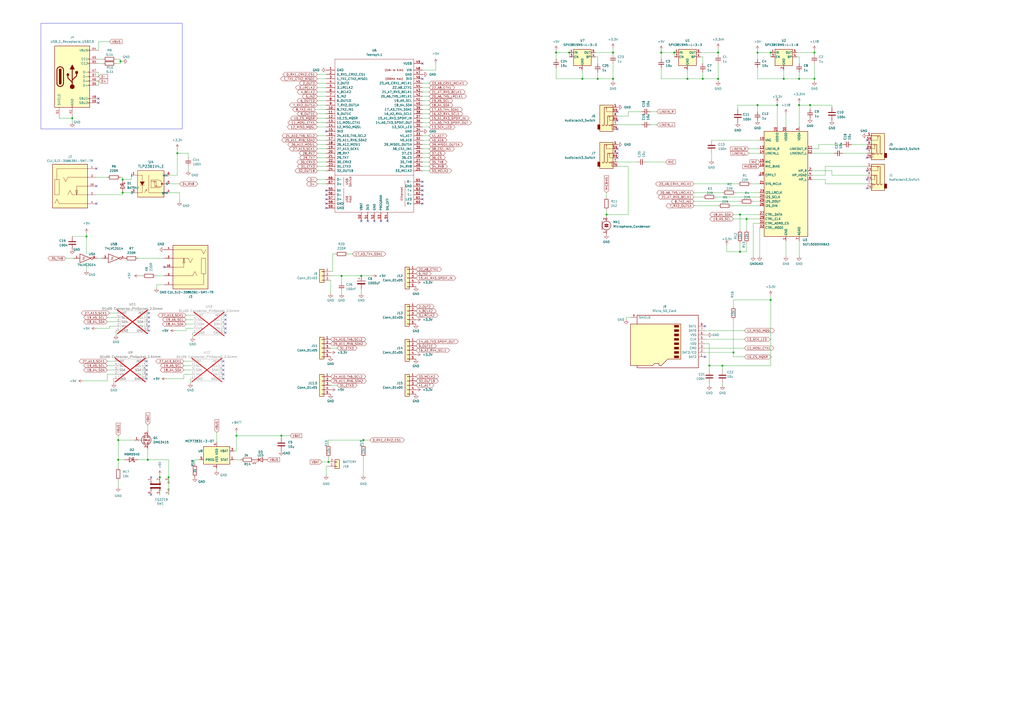
<source format=kicad_sch>
(kicad_sch (version 20250114) (generator "eeschema") (generator_version "9.0")
  (paper "A2")
  (rectangle (start 23.749 13.462) (end 105.664 74.803))
  (junction (at 71.12 104.14))
  (junction (at 469.9 60.96))
  (junction (at 391.16 30.48))
  (junction (at 439.42 60.96))
  (junction (at 50.165 137.16))
  (junction (at 337.82 45.72))
  (junction (at 429.26 124.46))
  (junction (at 450.85 60.96))
  (junction (at 472.44 30.48))
  (junction (at 97.79 276.86))
  (junction (at 454.66 45.72))
  (junction (at 463.55 60.96))
  (junction (at 322.58 30.48))
  (junction (at 447.04 30.48))
  (junction (at 137.16 252.73))
  (junction (at 419.1 212.09))
  (junction (at 416.56 30.48))
  (junction (at 407.67 45.72))
  (junction (at 439.42 30.48))
  (junction (at 355.6 45.72))
  (junction (at 425.45 204.47))
  (junction (at 68.58 255.27))
  (junction (at 198.12 160.02))
  (junction (at 463.55 45.72))
  (junction (at 351.79 124.46))
  (junction (at 330.2 30.48))
  (junction (at 92.71 276.86))
  (junction (at 398.78 45.72))
  (junction (at 163.195 252.73))
  (junction (at 71.12 111.76))
  (junction (at 190.5 267.97))
  (junction (at 429.26 146.05))
  (junction (at 447.04 173.99))
  (junction (at 210.82 255.27))
  (junction (at 69.85 35.56))
  (junction (at 102.87 88.9))
  (junction (at 355.6 30.48))
  (junction (at 346.71 45.72))
  (junction (at 416.56 45.72))
  (junction (at 209.55 160.02))
  (junction (at 68.58 266.7))
  (junction (at 411.48 212.09))
  (junction (at 41.91 68.58))
  (junction (at 472.44 45.72))
  (junction (at 433.07 127))
  (junction (at 383.54 30.48))
  (junction (at 85.725 266.7))
  (no_connect (at 85.09 212.09))
  (no_connect (at 130.81 190.5))
  (no_connect (at 85.09 209.55))
  (no_connect (at 85.09 214.63))
  (no_connect (at 502.92 81.28))
  (no_connect (at 129.54 217.17))
  (no_connect (at 129.54 214.63))
  (no_connect (at 502.92 86.36))
  (no_connect (at 86.36 191.77))
  (no_connect (at 130.81 193.04))
  (no_connect (at 129.54 209.55))
  (no_connect (at 358.14 74.93))
  (no_connect (at 245.11 113.03))
  (no_connect (at 502.92 104.14))
  (no_connect (at 189.23 118.11))
  (no_connect (at 87.63 276.86))
  (no_connect (at 502.92 91.44))
  (no_connect (at 130.81 185.42))
  (no_connect (at 86.36 181.61))
  (no_connect (at 358.14 69.85))
  (no_connect (at 55.88 107.95))
  (no_connect (at 189.23 113.03))
  (no_connect (at 245.11 110.49))
  (no_connect (at 57.15 59.69))
  (no_connect (at 502.92 99.06))
  (no_connect (at 129.54 219.71))
  (no_connect (at 209.55 128.27))
  (no_connect (at 189.23 76.2))
  (no_connect (at 358.14 88.9))
  (no_connect (at 502.92 109.22))
  (no_connect (at 55.88 97.79))
  (no_connect (at 86.36 186.69))
  (no_connect (at 130.81 182.88))
  (no_connect (at 217.17 128.27))
  (no_connect (at 213.36 128.27))
  (no_connect (at 408.94 207.01))
  (no_connect (at 358.14 86.36))
  (no_connect (at 220.98 128.27))
  (no_connect (at 440.69 101.6))
  (no_connect (at 55.88 118.11))
  (no_connect (at 245.11 105.41))
  (no_connect (at 245.11 45.72))
  (no_connect (at 358.14 91.44))
  (no_connect (at 85.09 217.17))
  (no_connect (at 245.11 118.11))
  (no_connect (at 189.23 120.65))
  (no_connect (at 358.14 64.77))
  (no_connect (at 245.11 115.57))
  (no_connect (at 95.25 154.94))
  (no_connect (at 245.11 36.83))
  (no_connect (at 408.94 189.23))
  (no_connect (at 245.11 107.95))
  (no_connect (at 189.23 115.57))
  (no_connect (at 224.79 128.27))
  (no_connect (at 189.23 110.49))
  (no_connect (at 86.36 184.15))
  (no_connect (at 85.09 219.71))
  (no_connect (at 129.54 212.09))
  (no_connect (at 87.63 287.02))
  (no_connect (at 130.81 187.96))
  (no_connect (at 57.15 57.15))
  (no_connect (at 86.36 189.23))
  (wire (pts (xy 471.17 86.36) (xy 474.98 86.36)))
  (wire (pts (xy 447.04 30.48) (xy 447.04 33.02)))
  (wire (pts (xy 330.2 30.48) (xy 330.2 33.02)))
  (wire (pts (xy 135.89 266.7) (xy 139.7 266.7)))
  (wire (pts (xy 191.77 170.18) (xy 191.77 162.56)))
  (wire (pts (xy 113.03 269.24) (xy 113.03 266.7)))
  (wire (pts (xy 248.92 73.66) (xy 245.11 73.66)))
  (wire (pts (xy 59.055 149.86) (xy 56.515 149.86)))
  (wire (pts (xy 137.16 261.62) (xy 137.16 252.73)))
  (wire (pts (xy 66.04 219.71) (xy 66.04 222.25)))
  (wire (pts (xy 469.9 60.96) (xy 463.55 60.96)))
  (wire (pts (xy 68.58 255.27) (xy 68.58 266.7)))
  (wire (pts (xy 193.04 147.32) (xy 193.04 157.48)))
  (wire (pts (xy 184.15 88.9) (xy 189.23 88.9)))
  (wire (pts (xy 391.16 30.48) (xy 391.16 33.02)))
  (wire (pts (xy 71.12 102.87) (xy 71.12 104.14)))
  (wire (pts (xy 472.44 29.21) (xy 472.44 30.48)))
  (wire (pts (xy 383.54 30.48) (xy 383.54 34.29)))
  (wire (pts (xy 358.14 72.39) (xy 372.11 72.39)))
  (wire (pts (xy 463.55 45.72) (xy 472.44 45.72)))
  (wire (pts (xy 346.71 33.02) (xy 345.44 33.02)))
  (wire (pts (xy 408.94 199.39) (xy 411.48 199.39)))
  (wire (pts (xy 198.12 168.91) (xy 198.12 170.18)))
  (wire (pts (xy 252.73 40.64) (xy 245.11 40.64)))
  (wire (pts (xy 62.23 214.63) (xy 66.04 214.63)))
  (wire (pts (xy 191.77 223.52) (xy 195.58 223.52)))
  (wire (pts (xy 57.15 24.13) (xy 63.5 24.13)))
  (wire (pts (xy 248.92 48.26) (xy 245.11 48.26)))
  (wire (pts (xy 72.39 149.86) (xy 73.025 149.86)))
  (wire (pts (xy 69.85 35.56) (xy 71.12 35.56)))
  (wire (pts (xy 198.12 160.02) (xy 209.55 160.02)))
  (wire (pts (xy 248.92 68.58) (xy 245.11 68.58)))
  (wire (pts (xy 462.28 30.48) (xy 472.44 30.48)))
  (wire (pts (xy 109.22 99.06) (xy 109.22 96.52)))
  (wire (pts (xy 447.04 171.45) (xy 447.04 173.99)))
  (wire (pts (xy 184.15 96.52) (xy 189.23 96.52)))
  (wire (pts (xy 355.6 46.99) (xy 355.6 45.72)))
  (wire (pts (xy 472.44 30.48) (xy 472.44 31.75)))
  (wire (pts (xy 463.55 59.69) (xy 463.55 60.96)))
  (wire (pts (xy 425.45 127) (xy 433.07 127)))
  (wire (pts (xy 78.105 255.27) (xy 68.58 255.27)))
  (wire (pts (xy 193.04 147.32) (xy 194.31 147.32)))
  (wire (pts (xy 184.15 60.96) (xy 189.23 60.96)))
  (wire (pts (xy 429.26 124.46) (xy 440.69 124.46)))
  (wire (pts (xy 210.82 265.43) (xy 210.82 275.59)))
  (wire (pts (xy 71.12 113.03) (xy 71.12 111.76)))
  (wire (pts (xy 184.15 50.8) (xy 189.23 50.8)))
  (wire (pts (xy 471.17 99.06) (xy 482.6 99.06)))
  (wire (pts (xy 184.15 71.12) (xy 189.23 71.12)))
  (wire (pts (xy 433.07 127) (xy 440.69 127)))
  (wire (pts (xy 248.92 71.12) (xy 245.11 71.12)))
  (wire (pts (xy 248.92 91.44) (xy 245.11 91.44)))
  (wire (pts (xy 97.79 266.7) (xy 97.79 276.86)))
  (wire (pts (xy 184.15 43.18) (xy 189.23 43.18)))
  (wire (pts (xy 67.31 191.77) (xy 67.31 194.31)))
  (wire (pts (xy 419.1 212.09) (xy 419.1 214.63)))
  (wire (pts (xy 454.66 40.64) (xy 454.66 45.72)))
  (wire (pts (xy 48.26 220.98) (xy 62.23 220.98)))
  (wire (pts (xy 419.1 212.09) (xy 447.04 212.09)))
  (wire (pts (xy 440.69 132.08) (xy 440.69 148.59)))
  (wire (pts (xy 198.12 163.83) (xy 198.12 160.02)))
  (wire (pts (xy 137.16 252.73) (xy 163.195 252.73)))
  (wire (pts (xy 190.5 255.27) (xy 190.5 257.81)))
  (wire (pts (xy 407.67 45.72) (xy 416.56 45.72)))
  (wire (pts (xy 190.5 255.27) (xy 210.82 255.27)))
  (wire (pts (xy 358.14 96.52) (xy 364.49 96.52)))
  (wire (pts (xy 184.15 68.58) (xy 189.23 68.58)))
  (wire (pts (xy 322.58 39.37) (xy 322.58 45.72)))
  (wire (pts (xy 104.14 111.76) (xy 104.14 116.84)))
  (wire (pts (xy 429.26 133.35) (xy 429.26 124.46)))
  (wire (pts (xy 358.14 67.31) (xy 364.49 67.31)))
  (wire (pts (xy 248.92 55.88) (xy 245.11 55.88)))
  (wire (pts (xy 71.12 102.87) (xy 69.85 102.87)))
  (wire (pts (xy 101.6 191.77) (xy 107.95 191.77)))
  (wire (pts (xy 365.76 184.15) (xy 363.22 184.15)))
  (wire (pts (xy 439.42 60.96) (xy 450.85 60.96)))
  (wire (pts (xy 322.58 45.72) (xy 337.82 45.72)))
  (wire (pts (xy 472.44 46.99) (xy 472.44 45.72)))
  (wire (pts (xy 76.2 101.6) (xy 77.47 101.6)))
  (wire (pts (xy 184.15 73.66) (xy 189.23 73.66)))
  (wire (pts (xy 106.68 212.09) (xy 110.49 212.09)))
  (wire (pts (xy 106.68 209.55) (xy 110.49 209.55)))
  (wire (pts (xy 184.15 48.26) (xy 189.23 48.26)))
  (wire (pts (xy 68.58 266.7) (xy 68.58 271.145)))
  (wire (pts (xy 80.645 160.02) (xy 82.55 160.02)))
  (wire (pts (xy 494.03 83.82) (xy 502.92 83.82)))
  (wire (pts (xy 412.75 81.28) (xy 440.69 81.28)))
  (wire (pts (xy 62.23 220.98) (xy 62.23 217.17)))
  (wire (pts (xy 478.79 96.52) (xy 478.79 101.6)))
  (wire (pts (xy 34.29 67.31) (xy 34.29 68.58)))
  (wire (pts (xy 62.23 184.15) (xy 67.31 184.15)))
  (wire (pts (xy 76.2 104.14) (xy 71.12 104.14)))
  (wire (pts (xy 439.42 30.48) (xy 447.04 30.48)))
  (wire (pts (xy 455.93 139.7) (xy 455.93 148.59)))
  (wire (pts (xy 214.63 255.27) (xy 210.82 255.27)))
  (wire (pts (xy 186.69 267.97) (xy 190.5 267.97)))
  (wire (pts (xy 184.15 91.44) (xy 189.23 91.44)))
  (wire (pts (xy 189.23 275.59) (xy 189.23 270.51)))
  (wire (pts (xy 478.79 106.68) (xy 502.92 106.68)))
  (wire (pts (xy 248.92 93.98) (xy 245.11 93.98)))
  (wire (pts (xy 415.29 114.3) (xy 440.69 114.3)))
  (wire (pts (xy 107.95 187.96) (xy 111.76 187.96)))
  (wire (pts (xy 469.9 63.5) (xy 469.9 60.96)))
  (wire (pts (xy 248.92 96.52) (xy 245.11 96.52)))
  (wire (pts (xy 248.92 66.04) (xy 245.11 66.04)))
  (wire (pts (xy 425.45 173.99) (xy 425.45 177.8)))
  (wire (pts (xy 41.91 68.58) (xy 41.91 71.12)))
  (wire (pts (xy 68.58 282.575) (xy 68.58 278.765)))
  (wire (pts (xy 381 72.39) (xy 377.19 72.39)))
  (wire (pts (xy 502.92 96.52) (xy 478.79 96.52)))
  (wire (pts (xy 386.08 93.98) (xy 374.65 93.98)))
  (wire (pts (xy 248.92 53.34) (xy 245.11 53.34)))
  (wire (pts (xy 184.15 58.42) (xy 189.23 58.42)))
  (wire (pts (xy 434.34 88.9) (xy 440.69 88.9)))
  (wire (pts (xy 482.6 99.06) (xy 482.6 101.6)))
  (wire (pts (xy 68.58 252.73) (xy 68.58 255.27)))
  (wire (pts (xy 190.5 265.43) (xy 190.5 267.97)))
  (wire (pts (xy 351.79 111.76) (xy 351.79 114.3)))
  (wire (pts (xy 381 64.77) (xy 377.19 64.77)))
  (wire (pts (xy 69.85 36.83) (xy 67.31 36.83)))
  (wire (pts (xy 398.78 45.72) (xy 407.67 45.72)))
  (wire (pts (xy 398.78 40.64) (xy 398.78 45.72)))
  (wire (pts (xy 109.22 91.44) (xy 109.22 88.9)))
  (wire (pts (xy 355.6 27.94) (xy 355.6 30.48)))
  (wire (pts (xy 345.44 30.48) (xy 355.6 30.48)))
  (wire (pts (xy 482.6 62.23) (xy 482.6 60.96)))
  (wire (pts (xy 209.55 170.18) (xy 209.55 167.64)))
  (wire (pts (xy 57.15 46.99) (xy 57.15 49.53)))
  (wire (pts (xy 411.48 199.39) (xy 411.48 212.09)))
  (wire (pts (xy 97.79 276.86) (xy 97.79 287.02)))
  (wire (pts (xy 97.79 101.6) (xy 102.87 101.6)))
  (wire (pts (xy 425.45 207.01) (xy 431.8 207.01)))
  (wire (pts (xy 383.54 29.21) (xy 383.54 30.48)))
  (wire (pts (xy 322.58 29.21) (xy 322.58 30.48)))
  (wire (pts (xy 447.04 173.99) (xy 447.04 212.09)))
  (wire (pts (xy 63.5 181.61) (xy 67.31 181.61)))
  (wire (pts (xy 110.49 219.71) (xy 110.49 222.25)))
  (wire (pts (xy 102.87 86.36) (xy 102.87 88.9)))
  (wire (pts (xy 364.49 124.46) (xy 351.79 124.46)))
  (wire (pts (xy 191.77 201.93) (xy 195.58 201.93)))
  (wire (pts (xy 402.59 116.84) (xy 429.26 116.84)))
  (wire (pts (xy 184.15 104.14) (xy 189.23 104.14)))
  (wire (pts (xy 346.71 41.91) (xy 346.71 45.72)))
  (wire (pts (xy 62.23 212.09) (xy 66.04 212.09)))
  (wire (pts (xy 184.15 66.04) (xy 189.23 66.04)))
  (wire (pts (xy 419.1 223.52) (xy 419.1 222.25)))
  (wire (pts (xy 416.56 45.72) (xy 416.56 36.83)))
  (wire (pts (xy 433.07 140.97) (xy 433.07 146.05)))
  (wire (pts (xy 57.15 29.21) (xy 57.15 24.13)))
  (wire (pts (xy 351.79 125.73) (xy 351.79 124.46)))
  (wire (pts (xy 191.77 160.02) (xy 198.12 160.02)))
  (wire (pts (xy 38.1 149.86) (xy 42.545 149.86)))
  (wire (pts (xy 369.57 93.98) (xy 358.14 93.98)))
  (wire (pts (xy 407.67 33.02) (xy 406.4 33.02)))
  (wire (pts (xy 184.15 86.36) (xy 189.23 86.36)))
  (wire (pts (xy 402.59 114.3) (xy 407.67 114.3)))
  (wire (pts (xy 433.07 133.35) (xy 433.07 127)))
  (wire (pts (xy 41.91 67.31) (xy 41.91 68.58)))
  (wire (pts (xy 106.68 214.63) (xy 110.49 214.63)))
  (wire (pts (xy 439.42 39.37) (xy 439.42 45.72)))
  (wire (pts (xy 402.59 119.38) (xy 416.56 119.38)))
  (wire (pts (xy 184.15 45.72) (xy 189.23 45.72)))
  (wire (pts (xy 72.39 266.7) (xy 68.58 266.7)))
  (wire (pts (xy 427.99 60.96) (xy 439.42 60.96)))
  (wire (pts (xy 248.92 58.42) (xy 245.11 58.42)))
  (wire (pts (xy 455.93 66.04) (xy 455.93 73.66)))
  (wire (pts (xy 408.94 191.77) (xy 431.8 191.77)))
  (wire (pts (xy 85.725 260.35) (xy 85.725 266.7)))
  (wire (pts (xy 71.12 111.76) (xy 77.47 111.76)))
  (wire (pts (xy 95.25 165.1) (xy 90.805 165.1)))
  (wire (pts (xy 450.85 60.96) (xy 450.85 73.66)))
  (wire (pts (xy 337.82 45.72) (xy 346.71 45.72)))
  (wire (pts (xy 439.42 64.77) (xy 439.42 60.96)))
  (wire (pts (xy 474.98 83.82) (xy 488.95 83.82)))
  (wire (pts (xy 411.48 223.52) (xy 411.48 222.25)))
  (wire (pts (xy 34.29 68.58) (xy 41.91 68.58)))
  (wire (pts (xy 463.55 41.91) (xy 463.55 45.72)))
  (wire (pts (xy 346.71 45.72) (xy 355.6 45.72)))
  (wire (pts (xy 412.75 88.9) (xy 412.75 92.71)))
  (wire (pts (xy 252.73 36.83) (xy 252.73 40.64)))
  (wire (pts (xy 402.59 111.76) (xy 419.1 111.76)))
  (wire (pts (xy 436.88 129.54) (xy 436.88 148.59)))
  (wire (pts (xy 402.59 106.68) (xy 427.99 106.68)))
  (wire (pts (xy 416.56 30.48) (xy 416.56 31.75)))
  (wire (pts (xy 189.23 270.51) (xy 190.5 270.51)))
  (wire (pts (xy 248.92 78.74) (xy 245.11 78.74)))
  (wire (pts (xy 85.725 266.7) (xy 97.79 266.7)))
  (wire (pts (xy 184.15 81.28) (xy 189.23 81.28)))
  (wire (pts (xy 407.67 36.83) (xy 407.67 33.02)))
  (wire (pts (xy 113.03 266.7) (xy 115.57 266.7)))
  (wire (pts (xy 55.88 113.03) (xy 71.12 113.03)))
  (wire (pts (xy 383.54 39.37) (xy 383.54 45.72)))
  (wire (pts (xy 383.54 45.72) (xy 398.78 45.72)))
  (wire (pts (xy 408.94 201.93) (xy 431.8 201.93)))
  (wire (pts (xy 204.47 147.32) (xy 201.93 147.32)))
  (wire (pts (xy 364.49 67.31) (xy 364.49 64.77)))
  (wire (pts (xy 440.69 129.54) (xy 436.88 129.54)))
  (wire (pts (xy 248.92 60.96) (xy 245.11 60.96)))
  (wire (pts (xy 184.15 55.88) (xy 189.23 55.88)))
  (wire (pts (xy 406.4 30.48) (xy 416.56 30.48)))
  (wire (pts (xy 337.82 40.64) (xy 337.82 45.72)))
  (wire (pts (xy 425.45 124.46) (xy 429.26 124.46)))
  (wire (pts (xy 363.22 184.15) (xy 363.22 185.42)))
  (wire (pts (xy 184.15 93.98) (xy 189.23 93.98)))
  (wire (pts (xy 107.95 182.88) (xy 111.76 182.88)))
  (wire (pts (xy 248.92 99.06) (xy 245.11 99.06)))
  (wire (pts (xy 248.92 83.82) (xy 245.11 83.82)))
  (wire (pts (xy 107.95 185.42) (xy 111.76 185.42)))
  (wire (pts (xy 463.55 36.83) (xy 463.55 33.02)))
  (wire (pts (xy 463.55 60.96) (xy 463.55 73.66)))
  (wire (pts (xy 135.89 261.62) (xy 137.16 261.62)))
  (wire (pts (xy 62.23 209.55) (xy 66.04 209.55)))
  (wire (pts (xy 184.15 99.06) (xy 189.23 99.06)))
  (wire (pts (xy 482.6 101.6) (xy 502.92 101.6)))
  (wire (pts (xy 488.95 88.9) (xy 502.92 88.9)))
  (wire (pts (xy 248.92 81.28) (xy 245.11 81.28)))
  (wire (pts (xy 355.6 45.72) (xy 355.6 36.83)))
  (wire (pts (xy 474.98 86.36) (xy 474.98 83.82)))
  (wire (pts (xy 62.23 186.69) (xy 67.31 186.69)))
  (wire (pts (xy 410.21 194.31) (xy 408.94 194.31)))
  (wire (pts (xy 90.17 160.02) (xy 95.25 160.02)))
  (wire (pts (xy 182.88 63.5) (xy 189.23 63.5)))
  (wire (pts (xy 478.79 101.6) (xy 471.17 101.6)))
  (wire (pts (xy 439.42 30.48) (xy 439.42 34.29)))
  (wire (pts (xy 463.55 33.02) (xy 462.28 33.02)))
  (wire (pts (xy 137.16 252.73) (xy 137.16 250.825)))
  (wire (pts (xy 383.54 30.48) (xy 391.16 30.48)))
  (wire (pts (xy 454.66 45.72) (xy 463.55 45.72)))
  (wire (pts (xy 436.88 116.84) (xy 440.69 116.84)))
  (wire (pts (xy 425.45 173.99) (xy 447.04 173.99)))
  (wire (pts (xy 471.17 104.14) (xy 478.79 104.14)))
  (wire (pts (xy 450.85 59.69) (xy 450.85 60.96)))
  (wire (pts (xy 210.82 257.81) (xy 210.82 255.27)))
  (wire (pts (xy 90.805 165.1) (xy 90.805 167.005)))
  (wire (pts (xy 63.5 190.5) (xy 63.5 189.23)))
  (wire (pts (xy 106.68 219.71) (xy 106.68 217.17)))
  (wire (pts (xy 67.31 34.29) (xy 69.85 34.29)))
  (wire (pts (xy 471.17 88.9) (xy 483.87 88.9)))
  (wire (pts (xy 416.56 46.99) (xy 416.56 45.72)))
  (wire (pts (xy 439.42 45.72) (xy 454.66 45.72)))
  (wire (pts (xy 109.22 88.9) (xy 102.87 88.9)))
  (wire (pts (xy 364.49 96.52) (xy 364.49 124.46)))
  (wire (pts (xy 427.99 63.5) (xy 427.99 60.96)))
  (wire (pts (xy 439.42 29.21) (xy 439.42 30.48)))
  (wire (pts (xy 57.15 34.29) (xy 59.69 34.29)))
  (wire (pts (xy 351.79 124.46) (xy 351.79 121.92)))
  (wire (pts (xy 425.45 185.42) (xy 425.45 204.47)))
  (wire (pts (xy 62.23 217.17) (xy 66.04 217.17)))
  (wire (pts (xy 322.58 30.48) (xy 322.58 34.29)))
  (wire (pts (xy 425.45 207.01) (xy 425.45 204.47)))
  (wire (pts (xy 424.18 119.38) (xy 440.69 119.38)))
  (wire (pts (xy 463.55 139.7) (xy 463.55 148.59)))
  (wire (pts (xy 411.48 212.09) (xy 419.1 212.09)))
  (wire (pts (xy 248.92 88.9) (xy 245.11 88.9)))
  (wire (pts (xy 184.15 78.74) (xy 189.23 78.74)))
  (wire (pts (xy 125.73 250.825) (xy 125.73 256.54)))
  (wire (pts (xy 408.94 204.47) (xy 425.45 204.47)))
  (wire (pts (xy 416.56 27.94) (xy 416.56 30.48)))
  (wire (pts (xy 63.5 189.23) (xy 67.31 189.23)))
  (wire (pts (xy 429.26 146.05) (xy 421.64 146.05)))
  (wire (pts (xy 97.79 106.68) (xy 104.14 106.68)))
  (wire (pts (xy 184.15 83.82) (xy 189.23 83.82)))
  (wire (pts (xy 57.15 44.45) (xy 57.15 41.91)))
  (wire (pts (xy 346.71 36.83) (xy 346.71 33.02)))
  (wire (pts (xy 97.79 111.76) (xy 104.14 111.76)))
  (wire (pts (xy 209.55 160.02) (xy 215.9 160.02)))
  (wire (pts (xy 92.71 276.86) (xy 92.71 287.02)))
  (wire (pts (xy 184.15 53.34) (xy 189.23 53.34)))
  (wire (pts (xy 69.85 35.56) (xy 69.85 36.83)))
  (wire (pts (xy 57.15 36.83) (xy 59.69 36.83)))
  (wire (pts (xy 426.72 111.76) (xy 440.69 111.76)))
  (wire (pts (xy 50.165 156.845) (xy 50.165 152.4)))
  (wire (pts (xy 421.64 146.05) (xy 421.64 142.24)))
  (wire (pts (xy 408.94 196.85) (xy 431.8 196.85)))
  (wire (pts (xy 355.6 30.48) (xy 355.6 31.75)))
  (wire (pts (xy 433.07 146.05) (xy 429.26 146.05)))
  (wire (pts (xy 55.88 102.87) (xy 62.23 102.87)))
  (wire (pts (xy 248.92 50.8) (xy 245.11 50.8)))
  (wire (pts (xy 96.52 219.71) (xy 106.68 219.71)))
  (wire (pts (xy 107.95 190.5) (xy 111.76 190.5)))
  (wire (pts (xy 482.6 60.96) (xy 469.9 60.96)))
  (wire (pts (xy 193.04 157.48) (xy 191.77 157.48)))
  (wire (pts (xy 50.165 137.16) (xy 50.165 147.32)))
  (wire (pts (xy 478.79 104.14) (xy 478.79 106.68)))
  (wire (pts (xy 111.76 193.04) (xy 111.76 195.58)))
  (wire (pts (xy 69.85 34.29) (xy 69.85 35.56)))
  (wire (pts (xy 50.165 135.255) (xy 50.165 137.16)))
  (wire (pts (xy 472.44 45.72) (xy 472.44 36.83)))
  (wire (pts (xy 80.01 149.86) (xy 95.25 149.86)))
  (wire (pts (xy 125.73 273.05) (xy 125.73 271.78)))
  (wire (pts (xy 407.67 41.91) (xy 407.67 45.72)))
  (wire (pts (xy 248.92 63.5) (xy 245.11 63.5)))
  (wire (pts (xy 85.725 246.38) (xy 85.725 250.19)))
  (wire (pts (xy 184.15 106.68) (xy 189.23 106.68)))
  (wire (pts (xy 322.58 30.48) (xy 330.2 30.48)))
  (wire (pts (xy 80.01 266.7) (xy 85.725 266.7)))
  (wire (pts (xy 435.61 106.68) (xy 440.69 106.68)))
  (wire (pts (xy 364.49 64.77) (xy 372.11 64.77)))
  (wire (pts (xy 55.88 190.5) (xy 63.5 190.5)))
  (wire (pts (xy 429.26 140.97) (xy 429.26 146.05)))
  (wire (pts (xy 248.92 86.36) (xy 245.11 86.36)))
  (wire (pts (xy 102.87 88.9) (xy 102.87 101.6)))
  (wire (pts (xy 107.95 191.77) (xy 107.95 190.5)))
  (wire (pts (xy 92.71 275.59) (xy 92.71 276.86)))
  (wire (pts (xy 41.91 137.16) (xy 50.165 137.16)))
  (wire (pts (xy 163.195 252.73) (xy 163.195 254)))
  (wire (pts (xy 76.2 101.6) (xy 76.2 104.14)))
  (wire (pts (xy 434.34 86.36) (xy 440.69 86.36)))
  (wire (pts (xy 163.195 252.73) (xy 168.275 252.73)))
  (wire (pts (xy 411.48 212.09) (xy 411.48 214.63)))
  (wire (pts (xy 106.68 217.17) (xy 110.49 217.17)))
  (global_label "20_A6_TX5_LRCLK1" (shape bidirectional) (at 402.59 111.76 180) (property "Intersheetrefs" "${INTERSHEET_REFS}" (effects (hide yes))))
  (global_label "22_A8_CTX1" (shape bidirectional) (at 248.92 50.8 0) (property "Intersheetrefs" "${INTERSHEET_REFS}" (effects (hide yes))))
  (global_label "37_CS" (shape bidirectional) (at 248.92 88.9 0) (property "Intersheetrefs" "${INTERSHEET_REFS}" (effects (hide yes))))
  (global_label "25_A11_RX6_SDA2" (shape bidirectional) (at 184.15 81.28 180) (property "Intersheetrefs" "${INTERSHEET_REFS}" (effects (hide yes))))
  (global_label "31_CTX3" (shape bidirectional) (at 195.58 223.52 0) (property "Intersheetrefs" "${INTERSHEET_REFS}" (effects (hide yes))))
  (global_label "27_A13_SCK1" (shape bidirectional) (at 107.95 182.88 180) (property "Intersheetrefs" "${INTERSHEET_REFS}" (effects (hide yes))))
  (global_label "3_LRCLK2" (shape bidirectional) (at 241.3 182.88 0) (property "Intersheetrefs" "${INTERSHEET_REFS}" (effects (hide yes))))
  (global_label "17_A3_TX4_SDA1" (shape bidirectional) (at 204.47 147.32 0) (property "Intersheetrefs" "${INTERSHEET_REFS}" (effects (hide yes))))
  (global_label "3_LRCLK2" (shape bidirectional) (at 184.15 50.8 180) (property "Intersheetrefs" "${INTERSHEET_REFS}" (effects (hide yes))))
  (global_label "5_IN2" (shape bidirectional) (at 241.3 158.75 0) (property "Intersheetrefs" "${INTERSHEET_REFS}" (effects (hide yes))))
  (global_label "MIC" (shape input) (at 440.69 93.98 180) (property "Intersheetrefs" "${INTERSHEET_REFS}" (effects (hide yes))))
  (global_label "12_MISO_MQSL" (shape bidirectional) (at 431.8 191.77 0) (property "Intersheetrefs" "${INTERSHEET_REFS}" (effects (hide yes))))
  (global_label "35_TX8" (shape bidirectional) (at 248.92 93.98 0) (property "Intersheetrefs" "${INTERSHEET_REFS}" (effects (hide yes))))
  (global_label "0_RX1_CRX2_CS1" (shape bidirectional) (at 214.63 255.27 0) (property "Intersheetrefs" "${INTERSHEET_REFS}" (effects (hide yes))))
  (global_label "VBUS" (shape input) (at 154.94 266.7 0) (property "Intersheetrefs" "${INTERSHEET_REFS}" (effects (hide yes))))
  (global_label "9_OUT1C" (shape bidirectional) (at 241.3 200.66 0) (property "Intersheetrefs" "${INTERSHEET_REFS}" (effects (hide yes))))
  (global_label "32_OUT1B" (shape bidirectional) (at 241.3 220.98 0) (property "Intersheetrefs" "${INTERSHEET_REFS}" (effects (hide yes))))
  (global_label "19_A5_SCL" (shape bidirectional) (at 106.68 212.09 180) (property "Intersheetrefs" "${INTERSHEET_REFS}" (effects (hide yes))))
  (global_label "32_OUT1B" (shape bidirectional) (at 184.15 99.06 180) (property "Intersheetrefs" "${INTERSHEET_REFS}" (effects (hide yes))))
  (global_label "4_BCLK2" (shape bidirectional) (at 184.15 53.34 180) (property "Intersheetrefs" "${INTERSHEET_REFS}" (effects (hide yes))))
  (global_label "5_IN2" (shape bidirectional) (at 184.15 55.88 180) (property "Intersheetrefs" "${INTERSHEET_REFS}" (effects (hide yes))))
  (global_label "40_A16" (shape bidirectional) (at 248.92 81.28 0) (property "Intersheetrefs" "${INTERSHEET_REFS}" (effects (hide yes))))
  (global_label "23_A9_CRX1_MCLK1" (shape bidirectional) (at 248.92 48.26 0) (property "Intersheetrefs" "${INTERSHEET_REFS}" (effects (hide yes))))
  (global_label "15_A1_RX3_SPDIF_IN" (shape bidirectional) (at 241.3 161.29 0) (property "Intersheetrefs" "${INTERSHEET_REFS}" (effects (hide yes))))
  (global_label "7_RX2_OUT1A" (shape bidirectional) (at 184.15 60.96 180) (property "Intersheetrefs" "${INTERSHEET_REFS}" (effects (hide yes))))
  (global_label "19_A5_SCL" (shape bidirectional) (at 107.95 185.42 180) (property "Intersheetrefs" "${INTERSHEET_REFS}" (effects (hide yes))))
  (global_label "18_A4_SDA" (shape bidirectional) (at 62.23 186.69 180) (property "Intersheetrefs" "${INTERSHEET_REFS}" (effects (hide yes))))
  (global_label "33_MCLK2" (shape bidirectional) (at 248.92 99.06 0) (property "Intersheetrefs" "${INTERSHEET_REFS}" (effects (hide yes))))
  (global_label "21_A7_RX5_BCLK1" (shape bidirectional) (at 402.59 114.3 180) (property "Intersheetrefs" "${INTERSHEET_REFS}" (effects (hide yes))))
  (global_label "25_A11_RX6_SDA2" (shape bidirectional) (at 191.77 199.39 0) (property "Intersheetrefs" "${INTERSHEET_REFS}" (effects (hide yes))))
  (global_label "VBUS" (shape input) (at 63.5 24.13 0) (property "Intersheetrefs" "${INTERSHEET_REFS}" (effects (hide yes))))
  (global_label "1_TX1_CTX2_MISO1" (shape bidirectional) (at 184.15 45.72 180) (property "Intersheetrefs" "${INTERSHEET_REFS}" (effects (hide yes))))
  (global_label "19_A5_SCL" (shape bidirectional) (at 248.92 58.42 0) (property "Intersheetrefs" "${INTERSHEET_REFS}" (effects (hide yes))))
  (global_label "12_MISO_MQSL" (shape bidirectional) (at 184.15 73.66 180) (property "Intersheetrefs" "${INTERSHEET_REFS}" (effects (hide yes))))
  (global_label "6_OUT1D" (shape bidirectional) (at 184.15 58.42 180) (property "Intersheetrefs" "${INTERSHEET_REFS}" (effects (hide yes))))
  (global_label "18_A4_SDA" (shape bidirectional) (at 425.45 124.46 180) (property "Intersheetrefs" "${INTERSHEET_REFS}" (effects (hide yes))))
  (global_label "LINEIN_R" (shape input) (at 381 64.77 0) (property "Intersheetrefs" "${INTERSHEET_REFS}" (effects (hide yes))))
  (global_label "13_SCK_LED" (shape bidirectional) (at 431.8 196.85 0) (property "Intersheetrefs" "${INTERSHEET_REFS}" (effects (hide yes))))
  (global_label "23_A9_CRX1_MCLK1" (shape bidirectional) (at 402.59 106.68 180) (property "Intersheetrefs" "${INTERSHEET_REFS}" (effects (hide yes))))
  (global_label "9_OUT1C" (shape bidirectional) (at 184.15 66.04 180) (property "Intersheetrefs" "${INTERSHEET_REFS}" (effects (hide yes))))
  (global_label "19_A5_SCL" (shape bidirectional) (at 425.45 127 180) (property "Intersheetrefs" "${INTERSHEET_REFS}" (effects (hide yes))))
  (global_label "18_A4_SDA" (shape bidirectional) (at 106.68 214.63 180) (property "Intersheetrefs" "${INTERSHEET_REFS}" (effects (hide yes))))
  (global_label "MICBIAS" (shape input) (at 351.79 111.76 90) (property "Intersheetrefs" "${INTERSHEET_REFS}" (effects (hide yes))))
  (global_label "18_A4_SDA" (shape bidirectional) (at 107.95 187.96 180) (property "Intersheetrefs" "${INTERSHEET_REFS}" (effects (hide yes))))
  (global_label "27_A13_SCK1" (shape bidirectional) (at 62.23 209.55 180) (property "Intersheetrefs" "${INTERSHEET_REFS}" (effects (hide yes))))
  (global_label "28_RX7" (shape bidirectional) (at 184.15 88.9 180) (property "Intersheetrefs" "${INTERSHEET_REFS}" (effects (hide yes))))
  (global_label "D-" (shape input) (at 57.15 44.45 0) (property "Intersheetrefs" "${INTERSHEET_REFS}" (effects (hide yes))))
  (global_label "D-" (shape bidirectional) (at 184.15 104.14 180) (property "Intersheetrefs" "${INTERSHEET_REFS}" (effects (hide yes))))
  (global_label "39_MISO1_OUT1A" (shape bidirectional) (at 248.92 83.82 0) (property "Intersheetrefs" "${INTERSHEET_REFS}" (effects (hide yes))))
  (global_label "26_A12_MOSI1" (shape bidirectional) (at 184.15 83.82 180) (property "Intersheetrefs" "${INTERSHEET_REFS}" (effects (hide yes))))
  (global_label "D+" (shape bidirectional) (at 184.15 106.68 180) (property "Intersheetrefs" "${INTERSHEET_REFS}" (effects (hide yes))))
  (global_label "8_TX2_IN1" (shape bidirectional) (at 402.59 116.84 180) (property "Intersheetrefs" "${INTERSHEET_REFS}" (effects (hide yes))))
  (global_label "MIC" (shape input) (at 386.08 93.98 0) (property "Intersheetrefs" "${INTERSHEET_REFS}" (effects (hide yes))))
  (global_label "41_A17" (shape bidirectional) (at 241.3 223.52 0) (property "Intersheetrefs" "${INTERSHEET_REFS}" (effects (hide yes))))
  (global_label "21_A7_RX5_BCLK1" (shape bidirectional) (at 248.92 53.34 0) (property "Intersheetrefs" "${INTERSHEET_REFS}" (effects (hide yes))))
  (global_label "20_A6_TX5_LRCLK1" (shape bidirectional) (at 248.92 55.88 0) (property "Intersheetrefs" "${INTERSHEET_REFS}" (effects (hide yes))))
  (global_label "27_A13_SCK1" (shape bidirectional) (at 106.68 209.55 180) (property "Intersheetrefs" "${INTERSHEET_REFS}" (effects (hide yes))))
  (global_label "31_CTX3" (shape bidirectional) (at 184.15 96.52 180) (property "Intersheetrefs" "${INTERSHEET_REFS}" (effects (hide yes))))
  (global_label "LINEIN_R" (shape input) (at 434.34 86.36 180) (property "Intersheetrefs" "${INTERSHEET_REFS}" (effects (hide yes))))
  (global_label "8_TX2_IN1" (shape bidirectional) (at 182.88 63.5 180) (property "Intersheetrefs" "${INTERSHEET_REFS}" (effects (hide yes))))
  (global_label "36_CS" (shape bidirectional) (at 248.92 91.44 0) (property "Intersheetrefs" "${INTERSHEET_REFS}" (effects (hide yes))))
  (global_label "0_RX1_CRX2_CS1" (shape bidirectional) (at 184.15 43.18 180) (property "Intersheetrefs" "${INTERSHEET_REFS}" (effects (hide yes))))
  (global_label "VBAT" (shape input) (at 186.69 267.97 180) (property "Intersheetrefs" "${INTERSHEET_REFS}" (effects (hide yes))))
  (global_label "2_OUT2" (shape bidirectional) (at 241.3 177.8 0) (property "Intersheetrefs" "${INTERSHEET_REFS}" (effects (hide yes))))
  (global_label "27_A13_SCK1" (shape bidirectional) (at 184.15 86.36 180) (property "Intersheetrefs" "${INTERSHEET_REFS}" (effects (hide yes))))
  (global_label "34_RX8" (shape bidirectional) (at 248.92 96.52 0) (property "Intersheetrefs" "${INTERSHEET_REFS}" (effects (hide yes))))
  (global_label "10_CS_MQSR" (shape bidirectional) (at 431.8 207.01 0) (property "Intersheetrefs" "${INTERSHEET_REFS}" (effects (hide yes))))
  (global_label "LINEIN_L" (shape input) (at 434.34 88.9 180) (property "Intersheetrefs" "${INTERSHEET_REFS}" (effects (hide yes))))
  (global_label "13_SCK_LED" (shape bidirectional) (at 248.92 73.66 0) (property "Intersheetrefs" "${INTERSHEET_REFS}" (effects (hide yes))))
  (global_label "31_CTX3" (shape bidirectional) (at 195.58 201.93 0) (property "Intersheetrefs" "${INTERSHEET_REFS}" (effects (hide yes))))
  (global_label "38_CS1_IN1" (shape bidirectional) (at 248.92 86.36 0) (property "Intersheetrefs" "${INTERSHEET_REFS}" (effects (hide yes))))
  (global_label "14_A0_TX3_SPDIF_OUT" (shape bidirectional) (at 248.92 71.12 0) (property "Intersheetrefs" "${INTERSHEET_REFS}" (effects (hide yes))))
  (global_label "18_A4_SDA" (shape bidirectional) (at 248.92 60.96 0) (property "Intersheetrefs" "${INTERSHEET_REFS}" (effects (hide yes))))
  (global_label "24_A10_TX6_SCL2" (shape bidirectional) (at 184.15 78.74 180) (property "Intersheetrefs" "${INTERSHEET_REFS}" (effects (hide yes))))
  (global_label "11_MOSI_CTX1" (shape bidirectional) (at 184.15 71.12 180) (property "Intersheetrefs" "${INTERSHEET_REFS}" (effects (hide yes))))
  (global_label "27_A13_SCK1" (shape bidirectional) (at 63.5 181.61 180) (property "Intersheetrefs" "${INTERSHEET_REFS}" (effects (hide yes))))
  (global_label "35_TX8" (shape bidirectional) (at 38.1 149.86 180) (property "Intersheetrefs" "${INTERSHEET_REFS}" (effects (hide yes))))
  (global_label "14_A0_TX3_SPDIF_OUT" (shape bidirectional) (at 241.3 198.12 0) (property "Intersheetrefs" "${INTERSHEET_REFS}" (effects (hide yes))))
  (global_label "34_RX8" (shape bidirectional) (at 104.14 106.68 0) (property "Intersheetrefs" "${INTERSHEET_REFS}" (effects (hide yes))))
  (global_label "VBAT" (shape input) (at 168.275 252.73 0) (property "Intersheetrefs" "${INTERSHEET_REFS}" (effects (hide yes))))
  (global_label "19_A5_SCL" (shape bidirectional) (at 62.23 212.09 180) (property "Intersheetrefs" "${INTERSHEET_REFS}" (effects (hide yes))))
  (global_label "19_A5_SCL" (shape bidirectional) (at 62.23 184.15 180) (property "Intersheetrefs" "${INTERSHEET_REFS}" (effects (hide yes))))
  (global_label "VBUS" (shape input) (at 68.58 252.73 90) (property "Intersheetrefs" "${INTERSHEET_REFS}" (effects (hide yes))))
  (global_label "41_A17" (shape bidirectional) (at 248.92 78.74 0) (property "Intersheetrefs" "${INTERSHEET_REFS}" (effects (hide yes))))
  (global_label "16_A2_RX4_SCL1" (shape bidirectional) (at 248.92 66.04 0) (property "Intersheetrefs" "${INTERSHEET_REFS}" (effects (hide yes))))
  (global_label "30_CRX3" (shape bidirectional) (at 184.15 93.98 180) (property "Intersheetrefs" "${INTERSHEET_REFS}" (effects (hide yes))))
  (global_label "7_RX2_OUT1A" (shape bidirectional) (at 402.59 119.38 180) (property "Intersheetrefs" "${INTERSHEET_REFS}" (effects (hide yes))))
  (global_label "18_A4_SDA" (shape bidirectional) (at 62.23 214.63 180) (property "Intersheetrefs" "${INTERSHEET_REFS}" (effects (hide yes))))
  (global_label "MICBIAS" (shape input) (at 440.69 96.52 180) (property "Intersheetrefs" "${INTERSHEET_REFS}" (effects (hide yes))))
  (global_label "29_TX7" (shape bidirectional) (at 184.15 91.44 180) (property "Intersheetrefs" "${INTERSHEET_REFS}" (effects (hide yes))))
  (global_label "33_MCLK2" (shape bidirectional) (at 241.3 218.44 0) (property "Intersheetrefs" "${INTERSHEET_REFS}" (effects (hide yes))))
  (global_label "VBAT" (shape input) (at 85.725 246.38 90) (property "Intersheetrefs" "${INTERSHEET_REFS}" (effects (hide yes))))
  (global_label "10_CS_MQSR" (shape bidirectional) (at 184.15 68.58 180) (property "Intersheetrefs" "${INTERSHEET_REFS}" (effects (hide yes))))
  (global_label "25_A11_RX6_SDA2" (shape bidirectional) (at 191.77 220.98 0) (property "Intersheetrefs" "${INTERSHEET_REFS}" (effects (hide yes))))
  (global_label "16_A2_RX4_SCL1" (shape bidirectional) (at 241.3 203.2 0) (property "Intersheetrefs" "${INTERSHEET_REFS}" (effects (hide yes))))
  (global_label "24_A10_TX6_SCL2" (shape bidirectional) (at 191.77 196.85 0) (property "Intersheetrefs" "${INTERSHEET_REFS}" (effects (hide yes))))
  (global_label "D+" (shape input) (at 57.15 46.99 0) (property "Intersheetrefs" "${INTERSHEET_REFS}" (effects (hide yes))))
  (global_label "LINEIN_L" (shape input) (at 381 72.39 0) (property "Intersheetrefs" "${INTERSHEET_REFS}" (effects (hide yes))))
  (global_label "VBUS" (shape input) (at 125.73 250.825 90) (property "Intersheetrefs" "${INTERSHEET_REFS}" (effects (hide yes))))
  (global_label "4_BCLK2" (shape bidirectional) (at 241.3 180.34 0) (property "Intersheetrefs" "${INTERSHEET_REFS}" (effects (hide yes))))
  (global_label "2_OUT2" (shape bidirectional) (at 184.15 48.26 180) (property "Intersheetrefs" "${INTERSHEET_REFS}" (effects (hide yes))))
  (global_label "11_MOSI_CTX1" (shape bidirectional) (at 431.8 201.93 0) (property "Intersheetrefs" "${INTERSHEET_REFS}" (effects (hide yes))))
  (global_label "22_A8_CTX1" (shape bidirectional) (at 241.3 156.21 0) (property "Intersheetrefs" "${INTERSHEET_REFS}" (effects (hide yes))))
  (global_label "17_A3_TX4_SDA1" (shape bidirectional) (at 248.92 63.5 0) (property "Intersheetrefs" "${INTERSHEET_REFS}" (effects (hide yes))))
  (global_label "24_A10_TX6_SCL2" (shape bidirectional) (at 191.77 218.44 0) (property "Intersheetrefs" "${INTERSHEET_REFS}" (effects (hide yes))))
  (global_label "15_A1_RX3_SPDIF_IN" (shape bidirectional) (at 248.92 68.58 0) (property "Intersheetrefs" "${INTERSHEET_REFS}" (effects (hide yes))))
  (symbol (lib_id "power:+3.3V") (at 191.77 204.47 270) (unit 1)
    (property "Reference" "#PWR048" (effects (hide yes)))
    (property "Value" "+3.3V" (at 195.58 204.4699 90) (effects (justify left)))
  )
  (symbol (lib_id "Device:C_Small") (at 416.56 34.29 0) (unit 1)
    (property "Reference" "C1" (at 419.1 33.0263 0) (effects (justify left)))
    (property "Value" "1u" (at 419.1 35.5663 0) (effects (justify left)))
    (property "Footprint" "Capacitor_SMD:C_0402_1005Metric" (effects (hide yes)))
    (property "lcsc#" "C52923" (effects (hide yes)))
  )
  (symbol (lib_id "power:GND") (at 355.6 46.99 0) (unit 1)
    (property "Reference" "#PWR055" (effects (hide yes)))
    (property "Value" "GND" (at 355.6 51.435 0))
  )
  (symbol (lib_id "Device:C_Polarized") (at 209.55 163.83 0) (unit 1)
    (property "Reference" "C6" (at 213.36 161.6709 0) (effects (justify left)))
    (property "Value" "1000uF" (at 213.36 164.2109 0) (effects (justify left)))
    (property "Footprint" "Capacitor_SMD:CP_Elec_8x10.5" (effects (hide yes)))
    (property "Description" "Polarized capacitor" (effects (hide yes)))
    (property "LCSC" "C82017" (effects (hide yes)))
  )
  (symbol (lib_id "Device:LED") (at 151.13 266.7 0) (unit 1)
    (property "Reference" "D3" (at 151.13 262.255 0))
    (property "Value" "LED" (at 151.13 264.16 0))
    (property "Footprint" "LED_SMD:LED_0603_1608Metric" (effects (hide yes)))
    (property "lcsc#" "C2286" (effects (hide yes)))
  )
  (symbol (lib_id "power:+5V") (at 383.54 29.21 0) (unit 1)
    (property "Reference" "#PWR03" (effects (hide yes)))
    (property "Value" "+5V" (at 383.54 24.13 0))
  )
  (symbol (lib_id "Device:Q_PMOS_GSD") (at 83.185 255.27 0) (unit 1)
    (property "Reference" "Q1" (at 88.9 254 0) (effects (justify left)))
    (property "Value" "DMG3415" (at 88.9 256.54 0) (effects (justify left)))
    (property "Footprint" "Package_TO_SOT_SMD:SOT-23" (effects (hide yes)))
    (property "lcsc#" "C7202986" (effects (hide yes)))
  )
  (symbol (lib_id "power:GND") (at 410.21 194.31 90) (unit 1)
    (property "Reference" "#PWR039" (effects (hide yes)))
    (property "Value" "GND" (at 417.195 194.31 90) (effects (justify left)))
  )
  (symbol (lib_id "power:GND") (at 71.12 35.56 90) (unit 1)
    (property "Reference" "#PWR032" (effects (hide yes)))
    (property "Value" "GND" (at 71.12 33.02 90) (effects (justify right)))
  )
  (symbol (lib_id "Device:R") (at 422.91 111.76 90) (unit 1)
    (property "Reference" "R2" (at 423.164 106.934 90))
    (property "Value" "22R" (at 423.164 109.474 90))
    (property "Footprint" "Resistor_SMD:R_0402_1005Metric" (effects (hide yes)))
    (property "lcsc#" "C25092" (effects (hide yes)))
  )
  (symbol (lib_id "Device:R") (at 76.2 149.86 90) (unit 1)
    (property "Reference" "R7" (at 76.2 144.145 90))
    (property "Value" "220R" (at 76.2 146.685 90))
    (property "Footprint" "Resistor_SMD:R_0603_1608Metric" (effects (hide yes)))
    (property "lcsc#" "C22962" (effects (hide yes)))
  )
  (symbol (lib_id "power:GND") (at 241.3 208.28 0) (mirror y) (unit 1)
    (property "Reference" "#PWR062" (effects (hide yes)))
    (property "Value" "GND" (at 241.3 212.344 0))
  )
  (symbol (lib_id "Connector_Audio:AudioJack3_Switch") (at 353.06 88.9 0) (unit 1)
    (property "Reference" "J7" (at 345.44 88.8999 0) (effects (justify right)))
    (property "Value" "AudioJack3_Switch" (at 345.44 91.4399 0) (effects (justify right)))
    (property "Footprint" "Connector_Audio:Jack_6.35mm_Neutrik_NMJ6HCD2_Horizontal" (effects (hide yes)))
    (property "Description" "Audio Jack, 3 Poles (Stereo / TRS), Switched Poles (Normalling)" (effects (hide yes)))
    (property "lcsc#" "C368502" (effects (hide yes)))
  )
  (symbol (lib_id "power:GND") (at 109.22 99.06 0) (mirror y) (unit 1)
    (property "Reference" "#PWR023" (effects (hide yes)))
    (property "Value" "GND" (at 113.03 101.6 0))
  )
  (symbol (lib_id "power:+3.3V") (at 241.3 226.06 270) (unit 1)
    (property "Reference" "#PWR063" (effects (hide yes)))
    (property "Value" "+3.3V" (at 245.11 226.0599 90) (effects (justify left)))
  )
  (symbol (lib_id "74xGxx:74LVC2G14") (at 66.675 149.86 0) (unit 2)
    (property "Reference" "U5" (at 66.04 141.605 0))
    (property "Value" "74LVC2G14" (at 66.04 144.145 0))
    (property "Footprint" "Package_TO_SOT_SMD:SOT-23-6" (effects (hide yes)))
    (property "Datasheet" "https://www.ti.com/lit/ds/symlink/sn74lvc2g14.pdf" (effects (hide yes)))
    (property "LCSC Part #" "C12401" (effects (hide yes)))
    (property "lcsc#" "C12401" (effects (hide yes)))
  )
  (symbol (lib_id "power:GND") (at 463.55 148.59 0) (unit 1)
    (property "Reference" "#PWR021" (effects (hide yes)))
    (property "Value" "GND" (at 463.55 153.0334 0))
  )
  (symbol (lib_id "power:GND") (at 439.42 69.85 0) (unit 1)
    (property "Reference" "#PWR014" (effects (hide yes)))
    (property "Value" "GND" (at 439.42 74.2934 0))
  )
  (symbol (lib_id "Connector:Micro_SD_Card") (at 386.08 199.39 180) (unit 1)
    (property "Reference" "J8" (at 385.445 177.8 0))
    (property "Value" "Micro_SD_Card" (at 385.445 180.34 0))
    (property "Footprint" "Connector_Card:microSD_HC_Hirose_DM3BT-DSF-PEJS" (effects (hide yes)))
    (property "Datasheet" "http://katalog.we-online.de/em/datasheet/693072010801.pdf" (effects (hide yes)))
    (property "lcsc#" "C597972" (effects (hide yes)))
  )
  (symbol (lib_id "Device:R") (at 431.8 106.68 90) (unit 1)
    (property "Reference" "R1" (at 432.054 101.854 90))
    (property "Value" "22R" (at 432.054 104.394 90))
    (property "Footprint" "Resistor_SMD:R_0402_1005Metric" (effects (hide yes)))
    (property "lcsc#" "C25092" (effects (hide yes)))
  )
  (symbol (lib_id "Device:C_Small") (at 374.65 72.39 90) (unit 1)
    (property "Reference" "C19" (at 373.3863 69.85 0) (effects (justify left)))
    (property "Value" "10u" (at 375.9263 69.85 0) (effects (justify left)))
    (property "Footprint" "Capacitor_SMD:C_0603_1608Metric" (effects (hide yes)))
    (property "lcsc#" "C19702" (effects (hide yes)))
  )
  (symbol (lib_id "power:GND") (at 113.03 276.86 0) (unit 1)
    (property "Reference" "#PWR068" (effects (hide yes)))
    (property "Value" "GND" (at 114.935 279.4 0) (effects (justify left)))
  )
  (symbol (lib_id "Device:R") (at 143.51 266.7 270) (unit 1)
    (property "Reference" "R14" (at 143.51 269.24 90))
    (property "Value" "2k" (at 142.875 264.16 90))
    (property "Footprint" "Resistor_SMD:R_0603_1608Metric" (effects (hide yes)))
    (property "lcsc#" "C22975" (effects (hide yes)))
  )
  (symbol (lib_id "Regulator_Linear:SPX3819M5-L-3-3") (at 398.78 33.02 0) (unit 1)
    (property "Reference" "U1" (at 398.78 23.495 0))
    (property "Value" "SPX3819M5-L-3-3" (at 397.51 26.035 0))
    (property "Footprint" "Package_TO_SOT_SMD:SOT-23-5" (effects (hide yes)))
    (property "Datasheet" "https://www.exar.com/content/document.ashx?id=22106&languageid=1033&type=Datasheet&partnumber=SPX3819&filename=SPX3819.pdf&part=SPX3819" (effects (hide yes)))
    (property "lcsc#" "C9055" (effects (hide yes)))
  )
  (symbol (lib_id "Device:C_Small") (at 374.65 64.77 90) (unit 1)
    (property "Reference" "C18" (at 373.3863 62.23 0) (effects (justify left)))
    (property "Value" "10u" (at 375.9263 62.23 0) (effects (justify left)))
    (property "Footprint" "Capacitor_SMD:C_0603_1608Metric" (effects (hide yes)))
    (property "lcsc#" "C19702" (effects (hide yes)))
  )
  (symbol (lib_id "power:+5V") (at 191.77 226.06 270) (mirror x) (unit 1)
    (property "Reference" "#PWR075" (effects (hide yes)))
    (property "Value" "+5V" (at 195.58 226.0599 90) (effects (justify left)))
  )
  (symbol (lib_id "Switch:SW_Slide_DPDT") (at 92.71 281.94 90) (mirror x) (unit 1)
    (property "Reference" "SW1" (at 90.932 292.1 90) (effects (justify right)))
    (property "Value" "EG2219" (at 89.916 289.814 90) (effects (justify right)))
    (property "Footprint" "myLibKicad:EG2219" (effects (hide yes)))
    (property "Description" "Slide Switch, dual pole double throw" (effects (hide yes)))
    (property "lcsc#" "C3664594" (effects (hide yes)))
  )
  (symbol (lib_id "power:GND") (at 440.69 148.59 0) (unit 1)
    (property "Reference" "#PWR019" (effects (hide yes)))
    (property "Value" "GND" (at 440.69 153.0334 0))
  )
  (symbol (lib_id "power:+5V") (at 50.165 135.255 0) (unit 1)
    (property "Reference" "#PWR025" (effects (hide yes)))
    (property "Value" "+5V" (at 50.165 129.54 0))
  )
  (symbol (lib_id "power:GND") (at 50.165 156.845 0) (unit 1)
    (property "Reference" "#PWR028" (effects (hide yes)))
    (property "Value" "GND" (at 53.34 159.385 0))
  )
  (symbol (lib_id "power:GND") (at 412.75 92.71 0) (unit 1)
    (property "Reference" "#PWR017" (effects (hide yes)))
    (property "Value" "GND" (at 412.75 97.1534 0))
  )
  (symbol (lib_id "power:GND") (at 209.55 170.18 0) (unit 1)
    (property "Reference" "#PWR050" (effects (hide yes)))
    (property "Value" "GND" (at 209.55 174.244 0))
  )
  (symbol (lib_id "power:GND") (at 469.9 68.58 0) (unit 1)
    (property "Reference" "#PWR013" (effects (hide yes)))
    (property "Value" "GND" (at 469.9 73.0234 0))
  )
  (symbol (lib_id "Regulator_Linear:SPX3819M5-L-3-3") (at 454.66 33.02 0) (unit 1)
    (property "Reference" "U2" (at 454.66 23.495 0))
    (property "Value" "SPX3819M5-L-1-8" (at 453.39 26.035 0))
    (property "Footprint" "Package_TO_SOT_SMD:SOT-23-5" (effects (hide yes)))
    (property "Datasheet" "https://www.exar.com/content/document.ashx?id=22106&languageid=1033&type=Datasheet&partnumber=SPX3819&filename=SPX3819.pdf&part=SPX3819" (effects (hide yes)))
    (property "lcsc#" "C24639" (effects (hide yes)))
  )
  (symbol (lib_id "power:GND") (at 427.99 71.12 0) (unit 1)
    (property "Reference" "#PWR016" (effects (hide yes)))
    (property "Value" "GND" (at 427.99 75.5634 0))
  )
  (symbol (lib_id "power:GND") (at 66.04 222.25 0) (mirror y) (unit 1)
    (property "Reference" "#PWR065" (effects (hide yes)))
    (property "Value" "GND" (at 66.04 226.314 0))
  )
  (symbol (lib_id "power:GND") (at 125.73 273.05 0) (unit 1)
    (property "Reference" "#PWR066" (effects (hide yes)))
    (property "Value" "GND" (at 127.635 275.59 0) (effects (justify left)))
  )
  (symbol (lib_id "New_Library:SJ2-35863B1-SMT-TR") (at 40.64 107.95 0) (unit 1)
    (property "Reference" "J2" (at 40.64 90.805 0))
    (property "Value" "CUI_SJ2-35863B1-SMT-TR" (at 40.64 93.345 0))
    (property "Footprint" "myLibKicad:CUI_SJ2-35863B1-SMT-TR" (effects (hide yes)))
    (property "PARTREV" "1.04" (effects (hide yes)))
    (property "STANDARD" "Manufacturer Recommendations" (effects (hide yes)))
    (property "MAXIMUM_PACKAGE_HEIGHT" "4.4 mm" (effects (hide yes)))
    (property "MANUFACTURER" "CUI Devices" (effects (hide yes)))
    (property "lcsc#" "C4992707" (effects (hide yes)))
  )
  (symbol (lib_id "power:+BATT") (at 137.16 250.825 0) (unit 1)
    (property "Reference" "#PWR06" (effects (hide yes)))
    (property "Value" "+BATT" (at 137.16 245.11 0))
  )
  (symbol (lib_id "Device:R") (at 425.45 181.61 180) (unit 1)
    (property "Reference" "R16" (at 424.815 170.815 90))
    (property "Value" "10k" (at 425.45 181.61 90))
    (property "Footprint" "Resistor_SMD:R_0402_1005Metric" (effects (hide yes)))
    (property "lcsc#" "C98220" (effects (hide yes)))
  )
  (symbol (lib_id "Device:C_Small") (at 463.55 39.37 0) (unit 1)
    (property "Reference" "C8" (at 466.09 38.1063 0) (effects (justify left)))
    (property "Value" "1u" (at 466.09 40.6463 0) (effects (justify left)))
    (property "Footprint" "Capacitor_SMD:C_0402_1005Metric" (effects (hide yes)))
    (property "lcsc#" "C52923" (effects (hide yes)))
  )
  (symbol (lib_id "Device:C_Small") (at 486.41 88.9 90) (unit 1)
    (property "Reference" "C17" (at 485.1463 86.36 0) (effects (justify left)))
    (property "Value" "10u" (at 487.6863 86.36 0) (effects (justify left)))
    (property "Footprint" "Capacitor_SMD:C_0603_1608Metric" (effects (hide yes)))
    (property "lcsc#" "C19702" (effects (hide yes)))
  )
  (symbol (lib_id "New_Library:SJ2-35863B1-SMT-TR") (at 110.49 154.94 180) (unit 1)
    (property "Reference" "J3" (at 110.49 172.085 0))
    (property "Value" "CUI_SJ2-35863B1-SMT-TR" (at 110.49 169.545 0))
    (property "Footprint" "myLibKicad:CUI_SJ2-35863B1-SMT-TR" (effects (hide yes)))
    (property "PARTREV" "1.04" (effects (hide yes)))
    (property "STANDARD" "Manufacturer Recommendations" (effects (hide yes)))
    (property "MAXIMUM_PACKAGE_HEIGHT" "4.4 mm" (effects (hide yes)))
    (property "MANUFACTURER" "CUI Devices" (effects (hide yes)))
    (property "lcsc#" "C4992707" (effects (hide yes)))
  )
  (symbol (lib_id "power:+3.3VA") (at 463.55 59.69 0) (unit 1)
    (property "Reference" "#PWR011" (effects (hide yes)))
    (property "Value" "+3.3VA" (at 463.55 54.61 0))
    (property "Description" "Power symbol creates a global label with name \"+3.3VA\"" (effects (hide yes)))
  )
  (symbol (lib_id "Device:Microphone_Condenser") (at 351.79 130.81 0) (unit 1)
    (property "Reference" "MK1" (at 355.6 128.8414 0) (effects (justify left)))
    (property "Value" "Microphone_Condenser" (at 355.6 131.3814 0) (effects (justify left)))
    (property "Footprint" "Sensor_Audio:POM-2244P-C3310-2-R" (effects (hide yes)))
    (property "Description" "Condenser microphone" (effects (hide yes)))
    (property "lcsc#" "C3273559" (effects (hide yes)))
  )
  (symbol (lib_id "Connector:USB_C_Receptacle_USB2.0") (at 41.91 44.45 0) (unit 1)
    (property "Reference" "J4" (at 41.91 21.59 0))
    (property "Value" "USB_C_Receptacle_USB2.0" (at 41.91 24.13 0))
    (property "Footprint" "Connector_USB:USB_C_Receptacle_HRO_TYPE-C-31-M-12" (effects (hide yes)))
    (property "Datasheet" "https://www.usb.org/sites/default/files/documents/usb_type-c.zip" (effects (hide yes)))
    (property "lcsc#" "C165948" (effects (hide yes)))
  )
  (symbol (lib_id "Device:R") (at 429.26 137.16 180) (unit 1)
    (property "Reference" "R12" (at 426.72 136.906 90))
    (property "Value" "10k" (at 429.26 137.16 90))
    (property "Footprint" "Resistor_SMD:R_0402_1005Metric" (effects (hide yes)))
    (property "lcsc#" "C98220" (effects (hide yes)))
  )
  (symbol (lib_id "Device:C") (at 412.75 85.09 0) (unit 1)
    (property "Reference" "C13" (at 416.56 83.8199 0) (effects (justify left)))
    (property "Value" "150n" (at 416.56 86.3599 0) (effects (justify left)))
    (property "Footprint" "Capacitor_SMD:C_0402_1005Metric" (effects (hide yes)))
    (property "Description" "Unpolarized capacitor" (effects (hide yes)))
    (property "lcsc#" "C162182" (effects (hide yes)))
  )
  (symbol (lib_id "power:GND") (at 416.56 46.99 0) (unit 1)
    (property "Reference" "#PWR08" (effects (hide yes)))
    (property "Value" "GND" (at 416.56 51.435 0))
  )
  (symbol (lib_id "Device:C_Small") (at 472.44 34.29 0) (unit 1)
    (property "Reference" "C2" (at 474.98 33.0263 0) (effects (justify left)))
    (property "Value" "1u" (at 474.98 35.5663 0) (effects (justify left)))
    (property "Footprint" "Capacitor_SMD:C_0402_1005Metric" (effects (hide yes)))
    (property "lcsc#" "C52923" (effects (hide yes)))
  )
  (symbol (lib_name "DuppaI2C_1") (lib_id "Connector:DuppaI2C") (at 68.58 208.28 0) (unit 1) (dnp yes)
    (property "Reference" "U9" (at 75.565 204.47 0))
    (property "Value" "01x05 Connector_PinSocket_2.54mm" (at 75.565 207.01 0))
    (property "Footprint" "Connector_PinSocket_2.54mm:DuppaI2CEncoderV2.1" (effects (hide yes)))
    (property "lcsc#" "C50950" (effects (hide yes)))
  )
  (symbol (lib_id "power:GND") (at 482.6 69.85 0) (unit 1)
    (property "Reference" "#PWR015" (effects (hide yes)))
    (property "Value" "GND" (at 482.6 74.2934 0))
  )
  (symbol (lib_id "Connector_Audio:AudioJack3_Switch") (at 353.06 67.31 0) (unit 1)
    (property "Reference" "J6" (at 345.44 67.3099 0) (effects (justify right)))
    (property "Value" "AudioJack3_Switch" (at 345.44 69.8499 0) (effects (justify right)))
    (property "Footprint" "Connector_Audio:Jack_6.35mm_Neutrik_NMJ6HCD2_Horizontal" (effects (hide yes)))
    (property "Description" "Audio Jack, 3 Poles (Stereo / TRS), Switched Poles (Normalling)" (effects (hide yes)))
    (property "lcsc#" "C368502" (effects (hide yes)))
  )
  (symbol (lib_id "Device:R") (at 351.79 118.11 0) (unit 1)
    (property "Reference" "R11" (at 354.33 116.8399 0) (effects (justify left)))
    (property "Value" "2k2" (at 354.33 119.3799 0) (effects (justify left)))
    (property "Footprint" "Resistor_SMD:R_0603_1608Metric" (effects (hide yes)))
    (property "Description" "Resistor" (effects (hide yes)))
    (property "lcsc#" "C4190" (effects (hide yes)))
  )
  (symbol (lib_id "power:GND") (at 363.22 185.42 0) (unit 1)
    (property "Reference" "#PWR038" (effects (hide yes)))
    (property "Value" "GND" (at 358.14 185.42 0) (effects (justify left)))
  )
  (symbol (lib_id "power:GND") (at 90.805 167.005 0) (mirror y) (unit 1)
    (property "Reference" "#PWR030" (effects (hide yes)))
    (property "Value" "GND" (at 94.615 169.545 0))
  )
  (symbol (lib_id "Device:R") (at 210.82 261.62 180) (unit 1)
    (property "Reference" "R19" (at 209.55 257.175 90))
    (property "Value" "15k" (at 210.82 261.62 90))
    (property "Footprint" "Resistor_SMD:R_0402_1005Metric" (effects (hide yes)))
    (property "lcsc#" "C2889386" (effects (hide yes)))
  )
  (symbol (lib_id "power:GND") (at 358.14 83.82 90) (unit 1)
    (property "Reference" "#PWR037" (effects (hide yes)))
    (property "Value" "GND" (at 361.95 83.8199 90) (effects (justify right)))
  )
  (symbol (lib_id "power:+3.3V") (at 241.3 205.74 270) (unit 1)
    (property "Reference" "#PWR061" (effects (hide yes)))
    (property "Value" "+3.3V" (at 245.11 205.7399 90) (effects (justify left)))
  )
  (symbol (lib_id "power:GND") (at 68.58 282.575 0) (unit 1)
    (property "Reference" "#PWR069" (effects (hide yes)))
    (property "Value" "GND" (at 68.58 287.655 0))
  )
  (symbol (lib_id "Device:R") (at 433.07 137.16 180) (unit 1)
    (property "Reference" "R13" (at 431.546 141.986 90))
    (property "Value" "10k" (at 433.07 137.16 90))
    (property "Footprint" "Resistor_SMD:R_0402_1005Metric" (effects (hide yes)))
    (property "lcsc#" "C98220" (effects (hide yes)))
  )
  (symbol (lib_id "Connector:DuppaI2C") (at 69.85 180.34 0) (unit 1) (dnp yes)
    (property "Reference" "U11" (at 76.835 176.53 0))
    (property "Value" "01x05 Connector_PinSocket_2.54mm" (at 76.835 179.07 0))
    (property "Footprint" "Connector_PinSocket_2.54mm:DuppaI2CEncoderV2.1" (effects (hide yes)))
    (property "lcsc#" "C50950" (effects (hide yes)))
  )
  (symbol (lib_id "power:+1V8") (at 455.93 66.04 0) (unit 1)
    (property "Reference" "#PWR012" (effects (hide yes)))
    (property "Value" "+1V8" (at 455.93 60.96 0))
    (property "Description" "Power symbol creates a global label with name \"+1V8\"" (effects (hide yes)))
  )
  (symbol (lib_id "power:GND") (at 163.195 261.62 0) (unit 1)
    (property "Reference" "#PWR07" (effects (hide yes)))
    (property "Value" "GND" (at 166.37 262.89 0))
  )
  (symbol (lib_id "Connector_Generic:Conn_01x05") (at 186.69 223.52 0) (mirror y) (unit 1)
    (property "Reference" "J11.5" (at 184.15 222.2499 0) (effects (justify left)))
    (property "Value" "Conn_01x05" (at 184.15 224.7899 0) (effects (justify left)))
    (property "Footprint" "Connector_JST:JST_PH_B5B-PH-K_1x05_P2.00mm_Vertical" (effects (hide yes)))
    (property "Description" "Generic connector, single row, 01x05, script generated (kicad-library-utils/schlib/autogen/connector/)" (effects (hide yes)))
    (property "lcsc#" "C157993" (effects (hide yes)))
  )
  (symbol (lib_id "Device:C_Small") (at 355.6 34.29 0) (unit 1)
    (property "Reference" "C23" (at 358.14 33.0263 0) (effects (justify left)))
    (property "Value" "1u" (at 358.14 35.5663 0) (effects (justify left)))
    (property "Footprint" "Capacitor_SMD:C_0402_1005Metric" (effects (hide yes)))
    (property "lcsc#" "C52923" (effects (hide yes)))
  )
  (symbol (lib_id "Audio:SGTL5000XNAA3") (at 455.93 106.68 0) (unit 1)
    (property "Reference" "U3" (at 465.5694 139.1904 0) (effects (justify left)))
    (property "Value" "SGTL5000XNBA3" (at 465.5694 141.7273 0) (effects (justify left)))
    (property "Footprint" "Package_DFN_QFN:QFN-32-1EP_5x5mm_P0.5mm_EP3.6x3.6mm" (effects (hide yes)))
    (property "Datasheet" "https://www.nxp.com/docs/en/data-sheet/SGTL5000.pdf" (effects (hide yes)))
    (property "lcsc#" " C5196742" (effects (hide yes)))
  )
  (symbol (lib_id "power:GND") (at 189.23 275.59 0) (unit 1)
    (property "Reference" "#PWR02" (effects (hide yes)))
    (property "Value" "GND" (at 189.23 280.67 0))
  )
  (symbol (lib_id "power:+5V") (at 215.9 160.02 270) (mirror x) (unit 1)
    (property "Reference" "#PWR049" (effects (hide yes)))
    (property "Value" "+5V" (at 219.71 160.0199 90) (effects (justify left)))
  )
  (symbol (lib_id "Device:C_Small") (at 439.42 67.31 0) (unit 1)
    (property "Reference" "C12" (at 441.96 66.0463 0) (effects (justify left)))
    (property "Value" "1u" (at 441.96 68.5863 0) (effects (justify left)))
    (property "Footprint" "Capacitor_SMD:C_0402_1005Metric" (effects (hide yes)))
    (property "lcsc#" "C52923" (effects (hide yes)))
  )
  (symbol (lib_id "power:+5V") (at 55.88 190.5 90) (mirror x) (unit 1)
    (property "Reference" "#PWR073" (effects (hide yes)))
    (property "Value" "+5V" (at 52.07 190.4999 90) (effects (justify left)))
  )
  (symbol (lib_id "power:GND") (at 191.77 207.01 0) (mirror y) (unit 1)
    (property "Reference" "#PWR053" (effects (hide yes)))
    (property "Value" "GND" (at 191.77 211.074 0))
  )
  (symbol (lib_id "Device:C") (at 482.6 66.04 0) (unit 1)
    (property "Reference" "C10" (at 485.521 65.1315 0) (effects (justify left)))
    (property "Value" "100n" (at 485.521 67.9066 0) (effects (justify left)))
    (property "Footprint" "Capacitor_SMD:C_0402_1005Metric" (effects (hide yes)))
    (property "MFGR" "Jellybean (X7R or better)" (effects (hide yes)))
    (property "MPN" "CC0603KRX7R6BB224" (effects (hide yes)))
    (property "lcsc#" "C77020" (effects (hide yes)))
  )
  (symbol (lib_id "Connector_Generic:Conn_01x05") (at 236.22 223.52 0) (mirror y) (unit 1)
    (property "Reference" "J15" (at 233.68 222.2499 0) (effects (justify left)))
    (property "Value" "Conn_01x05" (at 233.68 224.7899 0) (effects (justify left)))
    (property "Footprint" "Connector_JST:JST_PH_B5B-PH-K_1x05_P2.00mm_Vertical" (effects (hide yes)))
    (property "Description" "Generic connector, single row, 01x05, script generated (kicad-library-utils/schlib/autogen/connector/)" (effects (hide yes)))
    (property "lcsc#" "C157993" (effects (hide yes)))
  )
  (symbol (lib_id "power:GND") (at 411.48 223.52 0) (mirror y) (unit 1)
    (property "Reference" "#PWR040" (effects (hide yes)))
    (property "Value" "GND" (at 411.48 227.965 0))
  )
  (symbol (lib_id "Device:R") (at 68.58 274.955 180) (unit 1)
    (property "Reference" "R17" (at 71.12 273.6849 0) (effects (justify right)))
    (property "Value" "10k" (at 71.12 276.2249 0) (effects (justify right)))
    (property "Footprint" "Resistor_SMD:R_0402_1005Metric" (effects (hide yes)))
    (property "lcsc#" "C98220" (effects (hide yes)))
  )
  (symbol (lib_id "power:+5V") (at 96.52 219.71 90) (mirror x) (unit 1)
    (property "Reference" "#PWR071" (effects (hide yes)))
    (property "Value" "+5V" (at 92.71 219.7099 90) (effects (justify left)))
  )
  (symbol (lib_id "power:GND") (at 502.92 78.74 270) (unit 1)
    (property "Reference" "#PWR034" (effects (hide yes)))
    (property "Value" "GND" (at 503.174 75.946 90) (effects (justify right)))
  )
  (symbol (lib_id "power:GND") (at 198.12 170.18 0) (unit 1)
    (property "Reference" "#PWR077" (effects (hide yes)))
    (property "Value" "GND" (at 198.12 174.244 0))
  )
  (symbol (lib_id "Device:C_Small") (at 346.71 39.37 0) (unit 1)
    (property "Reference" "C25" (at 349.25 38.1063 0) (effects (justify left)))
    (property "Value" "1u" (at 349.25 40.6463 0) (effects (justify left)))
    (property "Footprint" "Capacitor_SMD:C_0402_1005Metric" (effects (hide yes)))
    (property "lcsc#" "C52923" (effects (hide yes)))
  )
  (symbol (lib_id "Device:R") (at 86.36 160.02 270) (unit 1)
    (property "Reference" "R8" (at 85.0899 157.48 0) (effects (justify right)))
    (property "Value" "220R" (at 87.6299 157.48 0) (effects (justify right)))
    (property "Footprint" "Resistor_SMD:R_0603_1608Metric" (effects (hide yes)))
    (property "lcsc#" "C22962" (effects (hide yes)))
  )
  (symbol (lib_id "power:+1V8") (at 472.44 29.21 0) (unit 1)
    (property "Reference" "#PWR05" (effects (hide yes)))
    (property "Value" "+1V8" (at 472.44 24.13 0))
    (property "Description" "Power symbol creates a global label with name \"+1V8\"" (effects (hide yes)))
  )
  (symbol (lib_id "power:GND") (at 95.25 144.78 270) (mirror x) (unit 1)
    (property "Reference" "#PWR027" (effects (hide yes)))
    (property "Value" "GND" (at 93.345 141.605 90))
  )
  (symbol (lib_id "power:+3.3V") (at 241.3 163.83 270) (unit 1)
    (property "Reference" "#PWR057" (effects (hide yes)))
    (property "Value" "+3.3V" (at 245.11 163.8299 90) (effects (justify left)))
  )
  (symbol (lib_id "Connector_Audio:AudioJack3_Switch") (at 508 83.82 0) (mirror y) (unit 1)
    (property "Reference" "J5" (at 515.62 83.8199 0) (effects (justify right)))
    (property "Value" "AudioJack3_Switch" (at 515.62 86.3599 0) (effects (justify right)))
    (property "Footprint" "Connector_Audio:Jack_6.35mm_Neutrik_NMJ6HCD2_Horizontal" (effects (hide yes)))
    (property "Description" "Audio Jack, 3 Poles (Stereo / TRS), Switched Poles (Normalling)" (effects (hide yes)))
    (property "lcsc#" "C368502" (effects (hide yes)))
  )
  (symbol (lib_id "power:+3.3V") (at 241.3 185.42 270) (unit 1)
    (property "Reference" "#PWR059" (effects (hide yes)))
    (property "Value" "+3.3V" (at 245.11 185.4199 90) (effects (justify left)))
  )
  (symbol (lib_name "+5V_1") (lib_id "power:+5V") (at 92.71 275.59 0) (mirror y) (unit 1)
    (property "Reference" "#PWR031" (effects (hide yes)))
    (property "Value" "+5V" (at 92.7099 271.78 90) (effects (justify left)))
    (property "Description" "Power symbol creates a global label with name \"+5V\"" (effects (hide yes)))
  )
  (symbol (lib_name "DuppaI2C_2") (lib_id "Connector:DuppaI2C") (at 113.03 208.28 0) (unit 1) (dnp yes)
    (property "Reference" "U12" (at 120.015 204.47 0))
    (property "Value" "01x05 Connector_PinSocket_2.54mm" (at 120.015 207.01 0))
    (property "Footprint" "Connector_PinSocket_2.54mm:DuppaI2CEncoderV2.1" (effects (hide yes)))
    (property "lcsc#" "C50950" (effects (hide yes)))
  )
  (symbol (lib_id "power:+3.3V") (at 450.85 59.69 0) (unit 1)
    (property "Reference" "#PWR010" (effects (hide yes)))
    (property "Value" "+3.3V" (at 450.85 56.1142 0))
  )
  (symbol (lib_id "Device:C_Small") (at 322.58 36.83 0) (unit 1)
    (property "Reference" "C24" (at 325.12 35.5663 0) (effects (justify left)))
    (property "Value" "10u" (at 325.12 38.1063 0) (effects (justify left)))
    (property "Footprint" "Capacitor_SMD:C_0603_1608Metric" (effects (hide yes)))
    (property "lcsc#" "C19702" (effects (hide yes)))
  )
  (symbol (lib_id "Connector_Audio:AudioJack3_Switch") (at 508 101.6 0) (mirror y) (unit 1)
    (property "Reference" "J1" (at 515.62 101.5999 0) (effects (justify right)))
    (property "Value" "AudioJack3_Switch" (at 515.62 104.1399 0) (effects (justify right)))
    (property "Footprint" "Connector_Audio:Jack_6.35mm_Neutrik_NMJ6HCD2_Horizontal" (effects (hide yes)))
    (property "Description" "Audio Jack, 3 Poles (Stereo / TRS), Switched Poles (Normalling)" (effects (hide yes)))
    (property "lcsc#" "C368502" (effects (hide yes)))
  )
  (symbol (lib_id "Device:C_Small") (at 491.49 83.82 90) (unit 1)
    (property "Reference" "C16" (at 490.2263 81.28 0) (effects (justify left)))
    (property "Value" "10u" (at 492.7663 81.28 0) (effects (justify left)))
    (property "Footprint" "Capacitor_SMD:C_0603_1608Metric" (effects (hide yes)))
    (property "lcsc#" "C19702" (effects (hide yes)))
  )
  (symbol (lib_id "power:GND") (at 245.11 43.18 90) (mirror x) (unit 1)
    (property "Reference" "#PWR045" (effects (hide yes)))
    (property "Value" "GND" (at 248.92 43.1799 90) (effects (justify right)))
  )
  (symbol (lib_id "Device:R") (at 420.37 119.38 90) (unit 1)
    (property "Reference" "R5" (at 420.624 114.554 90))
    (property "Value" "22R" (at 420.624 117.094 90))
    (property "Footprint" "Resistor_SMD:R_0402_1005Metric" (effects (hide yes)))
    (property "lcsc#" "C25092" (effects (hide yes)))
  )
  (symbol (lib_id "power:GND") (at 191.77 170.18 0) (unit 1)
    (property "Reference" "#PWR078" (effects (hide yes)))
    (property "Value" "GND" (at 191.77 174.244 0))
  )
  (symbol (lib_id "Device:R") (at 198.12 147.32 90) (unit 1)
    (property "Reference" "R20" (at 198.12 141.605 90))
    (property "Value" "220R" (at 198.12 144.145 90))
    (property "Footprint" "Resistor_SMD:R_0603_1608Metric" (effects (hide yes)))
    (property "lcsc#" "C22962" (effects (hide yes)))
  )
  (symbol (lib_id "Device:C_Small") (at 372.11 93.98 90) (unit 1)
    (property "Reference" "C20" (at 370.8463 91.44 0) (effects (justify left)))
    (property "Value" "10u" (at 373.3863 91.44 0) (effects (justify left)))
    (property "Footprint" "Capacitor_SMD:C_0603_1608Metric" (effects (hide yes)))
    (property "lcsc#" "C19702" (effects (hide yes)))
  )
  (symbol (lib_id "Device:C") (at 419.1 218.44 0) (unit 1)
    (property "Reference" "C22" (at 421.64 215.9 0) (effects (justify left)))
    (property "Value" "10u" (at 421.64 218.44 0) (effects (justify left)))
    (property "Footprint" "Capacitor_SMD:C_0603_1608Metric" (effects (hide yes)))
    (property "lcsc#" "C19702" (effects (hide yes)))
  )
  (symbol (lib_id "Diode:BAT54J") (at 71.12 107.95 270) (unit 1)
    (property "Reference" "D1" (at 73.66 106.3625 90) (effects (justify left)))
    (property "Value" "BAT54J" (at 73.66 108.9025 90) (effects (justify left)))
    (property "Footprint" "Diode_SMD:D_SOD-323F" (effects (hide yes)))
    (property "Datasheet" "https://assets.nexperia.com/documents/data-sheet/BAT54J.pdf" (effects (hide yes)))
    (property "lcsc#" "C130415" (effects (hide yes)))
  )
  (symbol (lib_id "power:GND") (at 110.49 222.25 0) (mirror y) (unit 1)
    (property "Reference" "#PWR067" (effects (hide yes)))
    (property "Value" "GND" (at 110.49 226.314 0))
  )
  (symbol (lib_id "power:GND") (at 241.3 187.96 0) (mirror y) (unit 1)
    (property "Reference" "#PWR060" (effects (hide yes)))
    (property "Value" "GND" (at 241.3 192.024 0))
  )
  (symbol (lib_id "Connector_Generic:Conn_01x05") (at 186.69 201.93 0) (mirror y) (unit 1)
    (property "Reference" "J11" (at 184.15 200.6599 0) (effects (justify left)))
    (property "Value" "Conn_01x05" (at 184.15 203.1999 0) (effects (justify left)))
    (property "Footprint" "Connector_JST:JST_PH_B5B-PH-K_1x05_P2.00mm_Vertical" (effects (hide yes)))
    (property "Description" "Generic connector, single row, 01x05, script generated (kicad-library-utils/schlib/autogen/connector/)" (effects (hide yes)))
    (property "lcsc#" "C157993" (effects (hide yes)))
  )
  (symbol (lib_id "power:+5V") (at 252.73 36.83 0) (unit 1)
    (property "Reference" "#PWR043" (effects (hide yes)))
    (property "Value" "+5V" (at 252.73 31.115 0))
  )
  (symbol (lib_id "Device:R") (at 433.07 116.84 90) (unit 1)
    (property "Reference" "R4" (at 433.324 112.014 90))
    (property "Value" "22R" (at 433.324 114.554 90))
    (property "Footprint" "Resistor_SMD:R_0402_1005Metric" (effects (hide yes)))
    (property "lcsc#" "C25092" (effects (hide yes)))
  )
  (symbol (lib_id "Device:C") (at 427.99 67.31 0) (unit 1)
    (property "Reference" "C11" (at 430.911 66.4015 0) (effects (justify left)))
    (property "Value" "100n" (at 430.911 69.1766 0) (effects (justify left)))
    (property "Footprint" "Capacitor_SMD:C_0402_1005Metric" (effects (hide yes)))
    (property "MFGR" "Jellybean (X7R or better)" (effects (hide yes)))
    (property "MPN" "CC0603KRX7R6BB224" (effects (hide yes)))
    (property "lcsc#" "C77020" (effects (hide yes)))
  )
  (symbol (lib_id "Device:R") (at 63.5 36.83 90) (unit 1)
    (property "Reference" "R10" (at 63.754 39.116 90))
    (property "Value" "5.1k" (at 63.754 41.656 90))
    (property "Footprint" "Resistor_SMD:R_0402_1005Metric" (effects (hide yes)))
    (property "lcsc#" "C25905" (effects (hide yes)))
  )
  (symbol (lib_id "power:GND") (at 419.1 223.52 0) (mirror y) (unit 1)
    (property "Reference" "#PWR041" (effects (hide yes)))
    (property "Value" "GND" (at 419.1 227.965 0))
  )
  (symbol (lib_id "2023-10-22_10-01-06:TLP2361V4_E") (at 79.9846 99.06 0) (unit 1)
    (property "Reference" "U4" (at 87.6046 93.98 0) (effects (font (size 1.524 1.524))))
    (property "Value" "TLP2361V4_E" (at 87.6046 96.52 0) (effects (font (size 1.524 1.524))))
    (property "Footprint" "myLibKicad:5pin SO6_TOS" (effects (hide yes)))
    (property "Datasheet" "TLP2361V4_E" (effects (hide yes)))
    (property "lcsc#" "C107626" (effects (hide yes)))
  )
  (symbol (lib_id "power:+5V") (at 101.6 191.77 90) (mirror x) (unit 1)
    (property "Reference" "#PWR072" (effects (hide yes)))
    (property "Value" "+5V" (at 97.79 191.7699 90) (effects (justify left)))
  )
  (symbol (lib_id "Diode:MBR0540") (at 76.2 266.7 180) (unit 1)
    (property "Reference" "D2" (at 76.5175 260.985 0))
    (property "Value" "MBR0540" (at 76.5175 263.525 0))
    (property "Footprint" "Diode_SMD:D_SOD-123" (effects (hide yes)))
    (property "Datasheet" "http://www.mccsemi.com/up_pdf/MBR0520~MBR0580(SOD123).pdf" (effects (hide yes)))
    (property "lcsc#" "C116159" (effects (hide yes)))
  )
  (symbol (lib_id "Device:C") (at 411.48 218.44 0) (mirror x) (unit 1)
    (property "Reference" "C21" (at 405.13 217.17 0) (effects (justify left)))
    (property "Value" "100n" (at 403.86 219.71 0) (effects (justify left)))
    (property "Footprint" "Capacitor_SMD:C_0402_1005Metric" (effects (hide yes)))
    (property "lcsc#" "C77020" (effects (hide yes)))
  )
  (symbol (lib_id "Connector_Generic:Conn_01x02") (at 195.58 270.51 0) (mirror x) (unit 1)
    (property "Reference" "J16" (at 198.755 270.51 0) (effects (justify left)))
    (property "Value" "BATTERY" (at 198.755 267.97 0) (effects (justify left)))
    (property "Footprint" "Connector_JST:JST_PH_B2B-PH-K_1x02_P2.00mm_Vertical" (effects (hide yes)))
    (property "lcsc#" "C131337" (effects (hide yes)))
  )
  (symbol (lib_id "Device:R") (at 190.5 261.62 180) (unit 1)
    (property "Reference" "R15" (at 189.23 257.175 90))
    (property "Value" "10k" (at 190.5 261.62 90))
    (property "Footprint" "Resistor_SMD:R_0402_1005Metric" (effects (hide yes)))
    (property "lcsc#" "C25756" (effects (hide yes)))
  )
  (symbol (lib_id "power:+3.3V") (at 421.64 142.24 0) (unit 1)
    (property "Reference" "#PWR047" (effects (hide yes)))
    (property "Value" "+3.3V" (at 421.64 138.6642 0))
  )
  (symbol (lib_id "power:GND") (at 436.88 148.59 0) (unit 1)
    (property "Reference" "#PWR018" (effects (hide yes)))
    (property "Value" "GND" (at 436.88 153.0334 0))
  )
  (symbol (lib_id "Device:C_Small") (at 469.9 66.04 0) (unit 1)
    (property "Reference" "C9" (at 472.44 64.7763 0) (effects (justify left)))
    (property "Value" "1u" (at 472.44 67.3163 0) (effects (justify left)))
    (property "Footprint" "Capacitor_SMD:C_0402_1005Metric" (effects (hide yes)))
    (property "lcsc#" "C52923" (effects (hide yes)))
  )
  (symbol (lib_id "power:GND") (at 472.44 46.99 0) (unit 1)
    (property "Reference" "#PWR09" (effects (hide yes)))
    (property "Value" "GND" (at 472.44 51.435 0))
  )
  (symbol (lib_id "Connector_Generic:Conn_01x05") (at 236.22 161.29 0) (mirror y) (unit 1)
    (property "Reference" "J12" (at 233.68 160.0199 0) (effects (justify left)))
    (property "Value" "Conn_01x05" (at 233.68 162.5599 0) (effects (justify left)))
    (property "Footprint" "Connector_JST:JST_PH_B5B-PH-K_1x05_P2.00mm_Vertical" (effects (hide yes)))
    (property "Description" "Generic connector, single row, 01x05, script generated (kicad-library-utils/schlib/autogen/connector/)" (effects (hide yes)))
    (property "lcsc#" "C157993" (effects (hide yes)))
  )
  (symbol (lib_id "power:GND") (at 210.82 275.59 0) (unit 1)
    (property "Reference" "#PWR074" (effects (hide yes)))
    (property "Value" "GND" (at 210.82 280.67 0))
  )
  (symbol (lib_id "power:+3.3V") (at 102.87 86.36 0) (unit 1)
    (property "Reference" "#PWR022" (effects (hide yes)))
    (property "Value" "+3.3V" (at 102.87 81.28 0))
  )
  (symbol (lib_id "power:+3.3V") (at 447.04 171.45 0) (unit 1)
    (property "Reference" "#PWR042" (effects (hide yes)))
    (property "Value" "+3.3V" (at 447.04 166.37 0))
  )
  (symbol (lib_id "Battery_Management:MCP73831-3-OT") (at 125.73 264.16 0) (unit 1)
    (property "Reference" "U8" (at 114.935 261.62 0) (effects (justify left)))
    (property "Value" "MCP73831-3-OT" (at 107.315 255.905 0) (effects (justify left)))
    (property "Footprint" "Package_TO_SOT_SMD:SOT-23-5" (effects (hide yes)))
    (property "Datasheet" "http://ww1.microchip.com/downloads/en/DeviceDoc/20001984g.pdf" (effects (hide yes)))
    (property "lcsc#" "C14879" (effects (hide yes)))
  )
  (symbol (lib_id "power:+5V") (at 322.58 29.21 0) (unit 1)
    (property "Reference" "#PWR054" (effects (hide yes)))
    (property "Value" "+5V" (at 322.58 24.13 0))
  )
  (symbol (lib_id "power:GND") (at 41.91 71.12 0) (unit 1)
    (property "Reference" "#PWR033" (effects (hide yes)))
    (property "Value" "GND" (at 44.704 70.866 0))
  )
  (symbol (lib_id "power:+3.3VA") (at 416.56 27.94 0) (unit 1)
    (property "Reference" "#PWR01" (effects (hide yes)))
    (property "Value" "+3.3VA" (at 416.56 22.86 0))
    (property "Description" "Power symbol creates a global label with name \"+3.3VA\"" (effects (hide yes)))
  )
  (symbol (lib_id "power:GND") (at 67.31 194.31 0) (mirror y) (unit 1)
    (property "Reference" "#PWR051" (effects (hide yes)))
    (property "Value" "GND" (at 67.31 198.374 0))
  )
  (symbol (lib_id "Device:C_Small") (at 383.54 36.83 0) (unit 1)
    (property "Reference" "C3" (at 386.08 35.5663 0) (effects (justify left)))
    (property "Value" "10u" (at 386.08 38.1063 0) (effects (justify left)))
    (property "Footprint" "Capacitor_SMD:C_0603_1608Metric" (effects (hide yes)))
    (property "lcsc#" "C19702" (effects (hide yes)))
  )
  (symbol (lib_id "Device:R") (at 63.5 34.29 90) (unit 1)
    (property "Reference" "R9" (at 63.5 29.21 90))
    (property "Value" "5.1k" (at 63.5 31.75 90))
    (property "Footprint" "Resistor_SMD:R_0402_1005Metric" (effects (hide yes)))
    (property "lcsc#" "C25905" (effects (hide yes)))
  )
  (symbol (lib_id "power:GND") (at 41.91 144.78 0) (unit 1)
    (property "Reference" "#PWR026" (effects (hide yes)))
    (property "Value" "GND" (at 44.45 144.78 0))
  )
  (symbol (lib_id "power:+5V") (at 48.26 220.98 90) (mirror x) (unit 1)
    (property "Reference" "#PWR070" (effects (hide yes)))
    (property "Value" "+5V" (at 44.45 220.9799 90) (effects (justify left)))
  )
  (symbol (lib_id "power:GND") (at 111.76 195.58 0) (mirror y) (unit 1)
    (property "Reference" "#PWR052" (effects (hide yes)))
    (property "Value" "GND" (at 111.76 199.644 0))
  )
  (symbol (lib_id "Regulator_Linear:SPX3819M5-L-3-3") (at 337.82 33.02 0) (unit 1)
    (property "Reference" "U7" (at 337.82 23.495 0))
    (property "Value" "SPX3819M5-L-3-3" (at 336.55 26.035 0))
    (property "Footprint" "Package_TO_SOT_SMD:SOT-23-5" (effects (hide yes)))
    (property "Datasheet" "https://www.exar.com/content/document.ashx?id=22106&languageid=1033&type=Datasheet&partnumber=SPX3819&filename=SPX3819.pdf&part=SPX3819" (effects (hide yes)))
    (property "lcsc#" "C9055" (effects (hide yes)))
  )
  (symbol (lib_id "Device:C_Small") (at 198.12 166.37 0) (unit 1)
    (property "Reference" "C26" (at 200.66 165.1062 0) (effects (justify left)))
    (property "Value" "100nF" (at 200.66 167.6462 0) (effects (justify left)))
    (property "Footprint" "Capacitor_SMD:C_0805_2012Metric" (effects (hide yes)))
    (property "Description" "Unpolarized capacitor, small symbol" (effects (hide yes)))
    (property "LCSC" "C1525" (effects (hide yes)))
  )
  (symbol (lib_id "Device:C_Small") (at 439.42 36.83 0) (unit 1)
    (property "Reference" "C4" (at 441.96 35.5663 0) (effects (justify left)))
    (property "Value" "10u" (at 441.96 38.1063 0) (effects (justify left)))
    (property "Footprint" "Capacitor_SMD:C_0603_1608Metric" (effects (hide yes)))
    (property "lcsc#" "C19702" (effects (hide yes)))
  )
  (symbol (lib_id "power:GND") (at 351.79 135.89 0) (unit 1)
    (property "Reference" "#PWR036" (effects (hide yes)))
    (property "Value" "GND" (at 351.79 140.3334 0))
  )
  (symbol (lib_id "Device:C_Small") (at 109.22 93.98 180) (unit 1)
    (property "Reference" "C14" (at 111.76 92.7036 0) (effects (justify right)))
    (property "Value" "100n" (at 111.76 95.2436 0) (effects (justify right)))
    (property "Footprint" "Capacitor_SMD:C_0402_1005Metric" (effects (hide yes)))
    (property "lcsc#" "C77020" (effects (hide yes)))
  )
  (symbol (lib_id "Connector_Generic:Conn_01x05") (at 236.22 203.2 0) (mirror y) (unit 1)
    (property "Reference" "J14" (at 233.68 201.9299 0) (effects (justify left)))
    (property "Value" "Conn_01x05" (at 233.68 204.4699 0) (effects (justify left)))
    (property "Footprint" "Connector_JST:JST_PH_B5B-PH-K_1x05_P2.00mm_Vertical" (effects (hide yes)))
    (property "Description" "Generic connector, single row, 01x05, script generated (kicad-library-utils/schlib/autogen/connector/)" (effects (hide yes)))
    (property "lcsc#" "C157993" (effects (hide yes)))
  )
  (symbol (lib_id "Device:R") (at 411.48 114.3 90) (unit 1)
    (property "Reference" "R3" (at 411.734 109.474 90))
    (property "Value" "22R" (at 411.734 112.014 90))
    (property "Footprint" "Resistor_SMD:R_0402_1005Metric" (effects (hide yes)))
    (property "lcsc#" "C25092" (effects (hide yes)))
  )
  (symbol (lib_id "power:GND") (at 241.3 228.6 0) (mirror y) (unit 1)
    (property "Reference" "#PWR064" (effects (hide yes)))
    (property "Value" "GND" (at 241.3 232.664 0))
  )
  (symbol (lib_id "Device:C") (at 41.91 140.97 0) (unit 1)
    (property "Reference" "C15" (at 34.29 139.7 0) (effects (justify left)))
    (property "Value" "100n" (at 34.29 142.24 0) (effects (justify left)))
    (property "Footprint" "Capacitor_SMD:C_0402_1005Metric" (effects (hide yes)))
    (property "lcsc#" "C77020" (effects (hide yes)))
  )
  (symbol (lib_id "Device:C") (at 163.195 257.81 0) (unit 1)
    (property "Reference" "C5" (at 167.005 256.5399 0) (effects (justify left)))
    (property "Value" "10u" (at 167.005 259.0799 0) (effects (justify left)))
    (property "Footprint" "Capacitor_SMD:C_0603_1608Metric" (effects (hide yes)))
    (property "lcsc#" "C19702" (effects (hide yes)))
  )
  (symbol (lib_id "74xGxx:74LVC2G14") (at 50.165 149.86 0) (unit 1)
    (property "Reference" "U5" (at 53.34 147.32 0))
    (property "Value" "74LVC2G14" (at 50.165 153.67 0))
    (property "Footprint" "Package_TO_SOT_SMD:SOT-23-6" (effects (hide yes)))
    (property "Datasheet" "https://www.ti.com/lit/ds/symlink/sn74lvc2g14.pdf" (effects (hide yes)))
    (property "LCSC Part #" "C12401" (effects (hide yes)))
    (property "lcsc#" "C12401" (effects (hide yes)))
  )
  (symbol (lib_id "Device:R") (at 113.03 273.05 180) (unit 1)
    (property "Reference" "R18" (at 111.76 268.605 90))
    (property "Value" "2k" (at 113.03 273.05 90))
    (property "Footprint" "Resistor_SMD:R_0603_1608Metric" (effects (hide yes)))
    (property "lcsc#" "C22975" (effects (hide yes)))
  )
  (symbol (lib_id "power:GND") (at 358.14 62.23 90) (unit 1)
    (property "Reference" "#PWR035" (effects (hide yes)))
    (property "Value" "GND" (at 361.95 62.2299 90) (effects (justify right)))
  )
  (symbol (lib_name "DuppaI2C_3") (lib_id "Connector:DuppaI2C") (at 114.3 181.61 0) (unit 1) (dnp yes)
    (property "Reference" "U10" (at 121.285 177.8 0))
    (property "Value" "01x05 Connector_PinSocket_2.54mm" (at 121.285 180.34 0))
    (property "Footprint" "Connector_PinSocket_2.54mm:DuppaI2CEncoderV2.1" (effects (hide yes)))
    (property "lcsc#" "C50950" (effects (hide yes)))
  )
  (symbol (lib_id "power:GND") (at 241.3 166.37 0) (mirror y) (unit 1)
    (property "Reference" "#PWR058" (effects (hide yes)))
    (property "Value" "GND" (at 241.3 170.434 0))
  )
  (symbol (lib_id "power:GND") (at 191.77 228.6 0) (mirror y) (unit 1)
    (property "Reference" "#PWR076" (effects (hide yes)))
    (property "Value" "GND" (at 191.77 232.664 0))
  )
  (symbol (lib_id "power:+5V") (at 80.645 160.02 90) (unit 1)
    (property "Reference" "#PWR029" (effects (hide yes)))
    (property "Value" "+5V" (at 74.93 160.02 0))
  )
  (symbol (lib_id "power:GND") (at 455.93 148.59 0) (unit 1)
    (property "Reference" "#PWR020" (effects (hide yes)))
    (property "Value" "GND" (at 455.93 153.0334 0))
  )
  (symbol (lib_id "power:+3.3V") (at 355.6 27.94 0) (unit 1)
    (property "Reference" "#PWR056" (effects (hide yes)))
    (property "Value" "+3.3V" (at 355.6 22.86 0))
  )
  (symbol (lib_id "power:+5V") (at 439.42 29.21 0) (unit 1)
    (property "Reference" "#PWR04" (effects (hide yes)))
    (property "Value" "+5V" (at 439.42 24.13 0))
  )
  (symbol (lib_id "Connector_Generic:Conn_01x05") (at 236.22 182.88 0) (mirror y) (unit 1)
    (property "Reference" "J13" (at 233.68 181.6099 0) (effects (justify left)))
    (property "Value" "Conn_01x05" (at 233.68 184.1499 0) (effects (justify left)))
    (property "Footprint" "Connector_JST:JST_PH_B5B-PH-K_1x05_P2.00mm_Vertical" (effects (hide yes)))
    (property "Description" "Generic connector, single row, 01x05, script generated (kicad-library-utils/schlib/autogen/connector/)" (effects (hide yes)))
    (property "lcsc#" "C157993" (effects (hide yes)))
  )
  (symbol (lib_id "power:GND") (at 245.11 76.2 90) (mirror x) (unit 1)
    (property "Reference" "#PWR044" (effects (hide yes)))
    (property "Value" "GND" (at 248.92 76.1999 90) (effects (justify right)))
  )
  (symbol (lib_id "power:GND") (at 189.23 40.64 270) (mirror x) (unit 1)
    (property "Reference" "#PWR046" (effects (hide yes)))
    (property "Value" "GND" (at 185.42 40.6399 90) (effects (justify right)))
  )
  (symbol (lib_id "Device:R") (at 66.04 102.87 270) (mirror x) (unit 1)
    (property "Reference" "R6" (at 66.04 96.52 90))
    (property "Value" "220R" (at 66.04 99.06 90))
    (property "Footprint" "Resistor_SMD:R_0603_1608Metric" (effects (hide yes)))
    (property "lcsc#" "C22962" (effects (hide yes)))
  )
  (symbol (lib_id "teensy:Teensy4.1") (at 217.17 95.25 0) (unit 1) (in_bom no)
    (property "Reference" "U6" (at 217.17 29.21 0))
    (property "Value" "Teensy4.1" (at 217.17 31.75 0))
    (property "Footprint" "myLibKicad:Teensy41" (effects (hide yes)))
    (property "lcsc#" "----" (effects (hide yes)))
  )
  (symbol (lib_id "power:GND") (at 104.14 116.84 0) (mirror y) (unit 1)
    (property "Reference" "#PWR024" (effects (hide yes)))
    (property "Value" "GND" (at 107.95 119.38 0))
  )
  (symbol (lib_id "Device:C_Small") (at 407.67 39.37 0) (unit 1)
    (property "Reference" "C7" (at 410.21 38.1063 0) (effects (justify left)))
    (property "Value" "1u" (at 410.21 40.6463 0) (effects (justify left)))
    (property "Footprint" "Capacitor_SMD:C_0402_1005Metric" (effects (hide yes)))
    (property "lcsc#" "C52923" (effects (hide yes)))
  )
  (symbol (lib_id "Connector_Generic:Conn_01x03") (at 186.69 160.02 0) (mirror y) (unit 1)
    (property "Reference" "J9" (at 184.15 158.7499 0) (effects (justify left)))
    (property "Value" "Conn_01x03" (at 184.15 161.2899 0) (effects (justify left)))
    (property "Footprint" "Connector_JST:JST_PH_B3B-PH-K_1x03_P2.00mm_Vertical" (effects (hide yes)))
    (property "Description" "Generic connector, single row, 01x03, script generated (kicad-library-utils/schlib/autogen/connector/)" (effects (hide yes)))
    (property "lcsc#" "C131339" (effects (hide yes)))
  )
)
</source>
